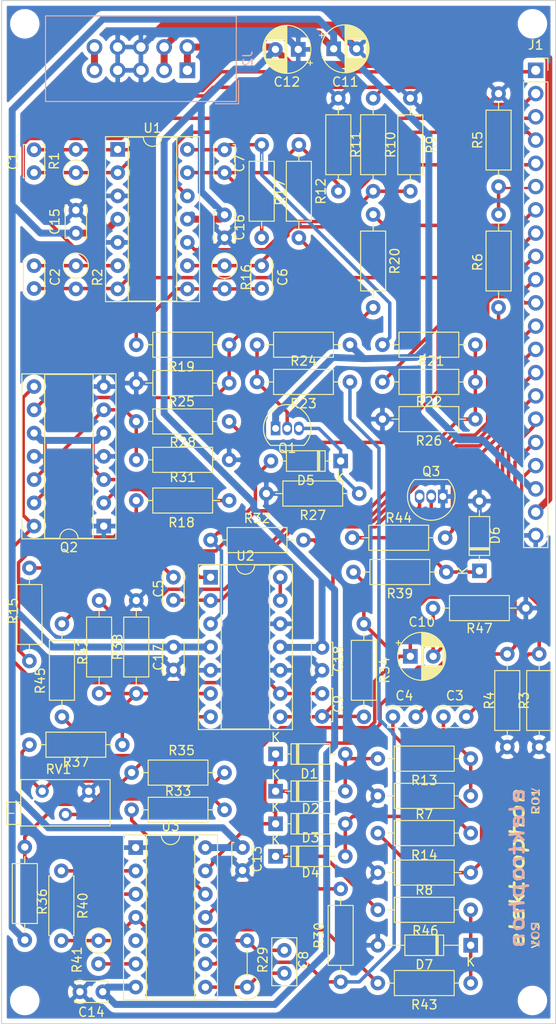
<source format=kicad_pcb>
(kicad_pcb (version 20171130) (host pcbnew 5.1.5-52549c5~84~ubuntu19.04.1)
  (title_block (title "Voltage Controlled Slope") (date 2019-12-01) (rev 01) (comment 1 "Original design by Ken Stone") (comment 2 "PCB for main circuit") (comment 4 "License CC BY 4.0 - Attribution 4.0 International"))
  (layers (0 F.Cu signal) (31 B.Cu signal) (34 B.Paste user) (35 F.Paste user) (36 B.SilkS user) (37 F.SilkS user) (38 B.Mask user) (39 F.Mask user) (44 Edge.Cuts user))
  (net 0 "")
  (net 1 /FALL_1)
  (net 2 /FALL)
  (net 3 /RISE_1)
  (net 4 /RISE)
  (net 5 /TRIGGER)
  (net 6 "Net-(C3-Pad1)")
  (net 7 /CYCLE_1)
  (net 8 "Net-(C4-Pad1)")
  (net 9 "Net-(C5-Pad2)")
  (net 10 "Net-(C5-Pad1)")
  (net 11 "Net-(C6-Pad2)")
  (net 12 "Net-(C6-Pad1)")
  (net 13 "Net-(C7-Pad2)")
  (net 14 "Net-(C7-Pad1)")
  (net 15 /NET_1)
  (net 16 "Net-(C8-Pad1)")
  (net 17 GND)
  (net 18 +15V)
  (net 19 -15V)
  (net 20 /AC_OUT)
  (net 21 /OUT)
  (net 22 "Net-(D1-Pad2)")
  (net 23 "Net-(D1-Pad1)")
  (net 24 /CYCLE_2)
  (net 25 "Net-(D3-Pad2)")
  (net 26 "Net-(D5-Pad1)")
  (net 27 "Net-(D6-Pad1)")
  (net 28 "Net-(D7-Pad1)")
  (net 29 +5V)
  (net 30 /LED)
  (net 31 /BIPOLAR_OUT)
  (net 32 /CV)
  (net 33 /RISE_RATE)
  (net 34 /RISE_2)
  (net 35 /FALL_RATE)
  (net 36 /FALL_2)
  (net 37 /IN)
  (net 38 "Net-(Q2-Pad2)")
  (net 39 TRIG)
  (net 40 "Net-(R15-Pad2)")
  (net 41 "Net-(R33-Pad2)")
  (net 42 "Net-(C8-Pad2)")
  (net 43 "Net-(C9-Pad1)")
  (net 44 "Net-(D5-Pad2)")
  (net 45 "Net-(Q1-Pad2)")
  (net 46 "Net-(Q2-Pad13)")
  (net 47 "Net-(Q2-Pad10)")
  (net 48 "Net-(Q2-Pad9)")
  (net 49 "Net-(Q3-Pad3)")
  (net 50 "Net-(R30-Pad2)")
  (net 51 "Net-(R33-Pad1)")
  (net 52 "Net-(R35-Pad1)")
  (net 53 "Net-(R37-Pad2)")
  (net 54 "Net-(R40-Pad2)")
  (net 55 "Net-(R40-Pad1)")
  (net 56 "Net-(R41-Pad2)")
  (net 57 "Net-(R45-Pad1)")
  (net 58 "Net-(U2-Pad13)")
  (net 59 "Net-(U3-Pad5)")
  (module Potentiometer_THT:Potentiometer_Bourns_3296Z_Horizontal (layer F.Cu) (at 34.925 111.76)
    (fp_text reference RV1 (at -3.3 -2.4) (layer F.SilkS))
    (fp_text value 100k)
    (pad 3 thru_hole circle (at -5.08 0) (size 1.44 1.44) (drill 0.8) (layers *.Cu *.Mask) (net 21 /OUT))
    (pad 2 thru_hole circle (at -2.54 2.54) (size 1.44 1.44) (drill 0.8) (layers *.Cu *.Mask) (net 41 "Net-(R33-Pad2)"))
    (pad 1 thru_hole circle (at 0 0) (size 1.44 1.44) (drill 0.8) (layers *.Cu *.Mask) (net 17 GND))
  )
  (module Diode_THT:D_DO-35_SOD27_P10.16mm_Horizontal (layer F.Cu) (at 76.708 128.5875 180)
    (fp_text reference D7 (at 5.08 -2.12) (layer F.SilkS))
    (fp_text value 5v5)
    (fp_text user K (at 0 -1.8) (layer F.SilkS))
    (pad 2 thru_hole oval (at 10.16 0 180) (size 1.6 1.6) (drill 0.8) (layers *.Cu *.Mask) (net 17 GND))
    (pad 1 thru_hole rect (at 0 0 180) (size 1.6 1.6) (drill 0.8) (layers *.Cu *.Mask) (net 28 "Net-(D7-Pad1)"))
  )
  (module Connector_PinSocket_2.54mm:PinSocket_1x21_P2.54mm_Vertical (layer F.Cu) (at 83.82 33.02)
    (fp_text reference J1 (at 0 -2.77) (layer F.SilkS))
    (fp_text value Conn_01x21_Female hide)
    (pad 21 thru_hole oval (at 0 50.8) (size 1.7 1.7) (drill 1) (layers *.Cu *.Mask) (net 17 GND))
    (pad 20 thru_hole oval (at 0 48.26) (size 1.7 1.7) (drill 1) (layers *.Cu *.Mask) (net 19 -15V))
    (pad 19 thru_hole oval (at 0 45.72) (size 1.7 1.7) (drill 1) (layers *.Cu *.Mask) (net 18 +15V))
    (pad 18 thru_hole oval (at 0 43.18) (size 1.7 1.7) (drill 1) (layers *.Cu *.Mask) (net 5 /TRIGGER))
    (pad 17 thru_hole oval (at 0 40.64) (size 1.7 1.7) (drill 1) (layers *.Cu *.Mask) (net 7 /CYCLE_1))
    (pad 16 thru_hole oval (at 0 38.1) (size 1.7 1.7) (drill 1) (layers *.Cu *.Mask) (net 24 /CYCLE_2))
    (pad 15 thru_hole oval (at 0 35.56) (size 1.7 1.7) (drill 1) (layers *.Cu *.Mask) (net 20 /AC_OUT))
    (pad 14 thru_hole oval (at 0 33.02) (size 1.7 1.7) (drill 1) (layers *.Cu *.Mask) (net 21 /OUT))
    (pad 13 thru_hole oval (at 0 30.48) (size 1.7 1.7) (drill 1) (layers *.Cu *.Mask) (net 30 /LED))
    (pad 12 thru_hole oval (at 0 27.94) (size 1.7 1.7) (drill 1) (layers *.Cu *.Mask) (net 15 /NET_1))
    (pad 11 thru_hole oval (at 0 25.4) (size 1.7 1.7) (drill 1) (layers *.Cu *.Mask) (net 31 /BIPOLAR_OUT))
    (pad 10 thru_hole oval (at 0 22.86) (size 1.7 1.7) (drill 1) (layers *.Cu *.Mask) (net 32 /CV))
    (pad 9 thru_hole oval (at 0 20.32) (size 1.7 1.7) (drill 1) (layers *.Cu *.Mask) (net 33 /RISE_RATE))
    (pad 8 thru_hole oval (at 0 17.78) (size 1.7 1.7) (drill 1) (layers *.Cu *.Mask) (net 3 /RISE_1))
    (pad 7 thru_hole oval (at 0 15.24) (size 1.7 1.7) (drill 1) (layers *.Cu *.Mask) (net 35 /FALL_RATE))
    (pad 6 thru_hole oval (at 0 12.7) (size 1.7 1.7) (drill 1) (layers *.Cu *.Mask) (net 37 /IN))
    (pad 5 thru_hole oval (at 0 10.16) (size 1.7 1.7) (drill 1) (layers *.Cu *.Mask) (net 36 /FALL_2))
    (pad 4 thru_hole oval (at 0 7.62) (size 1.7 1.7) (drill 1) (layers *.Cu *.Mask) (net 34 /RISE_2))
    (pad 3 thru_hole oval (at 0 5.08) (size 1.7 1.7) (drill 1) (layers *.Cu *.Mask) (net 2 /FALL))
    (pad 2 thru_hole oval (at 0 2.54) (size 1.7 1.7) (drill 1) (layers *.Cu *.Mask) (net 1 /FALL_1))
    (pad 1 thru_hole rect (at 0 0) (size 1.7 1.7) (drill 1) (layers *.Cu *.Mask) (net 4 /RISE))
  )
  (module "elektrophon:elektrophon logo" (layer F.Cu) (at 82.804 120.142 90)
    (fp_text reference REF** hide)
    (fp_text value "elektrophon logo" hide)
    (fp_text user VCS (at 8.84 1.02 90) (layer B.SilkS) (effects (font (size 0.8 1)) (justify left mirror)))
    (fp_text user R01 (at -8.83 1 90) (layer B.SilkS) (effects (font (size 0.8 1)) (justify right mirror)))
    (fp_text user elektrophon (at 0 -1.016 90) (layer B.SilkS) (effects (font (size 1.5 2) (thickness 0.3) italic) (justify mirror)))
    (fp_text user R01 (at 8.8 1.02 90) (layer F.SilkS) (effects (font (size 0.8 1)) (justify right)))
    (fp_text user VCS (at -8.88 1 90) (layer F.SilkS) (effects (font (size 0.8 1)) (justify left)))
    (fp_text user elektrophon (at 0 -1.016 90) (layer F.SilkS) (effects (font (size 1.5 2) (thickness 0.3) italic)))
  )
  (module Resistor_THT:R_Axial_DIN0207_L6.3mm_D2.5mm_P5.08mm_Vertical (layer F.Cu) (at 52.2605 133.1595 90)
    (fp_text reference R29 (at 2.9845 1.7145 90) (layer F.SilkS))
    (fp_text value 820k)
    (pad 2 thru_hole oval (at 5.08 0 90) (size 1.6 1.6) (drill 0.8) (layers *.Cu *.Mask) (net 42 "Net-(C8-Pad2)"))
    (pad 1 thru_hole circle (at 0 0 90) (size 1.6 1.6) (drill 0.8) (layers *.Cu *.Mask) (net 16 "Net-(C8-Pad1)"))
  )
  (module Resistor_THT:R_Axial_DIN0207_L6.3mm_D2.5mm_P7.62mm_Horizontal (layer F.Cu) (at 31.9405 128.0795 90)
    (fp_text reference R40 (at 3.81 2.3495 90) (layer F.SilkS))
    (fp_text value 1m)
    (pad 2 thru_hole oval (at 7.62 0 90) (size 1.6 1.6) (drill 0.8) (layers *.Cu *.Mask) (net 54 "Net-(R40-Pad2)"))
    (pad 1 thru_hole circle (at 0 0 90) (size 1.6 1.6) (drill 0.8) (layers *.Cu *.Mask) (net 55 "Net-(R40-Pad1)"))
  )
  (module Resistor_THT:R_Axial_DIN0207_L6.3mm_D2.5mm_P2.54mm_Vertical (layer F.Cu) (at 36.0045 128.0795 270)
    (fp_text reference R41 (at 2.0955 2.3495 90) (layer F.SilkS))
    (fp_text value 1m)
    (pad 2 thru_hole oval (at 2.54 0 270) (size 1.6 1.6) (drill 0.8) (layers *.Cu *.Mask) (net 56 "Net-(R41-Pad2)"))
    (pad 1 thru_hole circle (at 0 0 270) (size 1.6 1.6) (drill 0.8) (layers *.Cu *.Mask) (net 55 "Net-(R40-Pad1)"))
  )
  (module Resistor_THT:R_Axial_DIN0207_L6.3mm_D2.5mm_P2.54mm_Vertical (layer F.Cu) (at 49.784 54.356 270)
    (fp_text reference R16 (at 1.27 -2.37 90) (layer F.SilkS))
    (fp_text value 820k)
    (pad 2 thru_hole oval (at 2.54 0 270) (size 1.6 1.6) (drill 0.8) (layers *.Cu *.Mask) (net 11 "Net-(C6-Pad2)"))
    (pad 1 thru_hole circle (at 0 0 270) (size 1.6 1.6) (drill 0.8) (layers *.Cu *.Mask) (net 12 "Net-(C6-Pad1)"))
  )
  (module Resistor_THT:R_Axial_DIN0207_L6.3mm_D2.5mm_P2.54mm_Vertical (layer F.Cu) (at 33.528 54.356 270)
    (fp_text reference R2 (at 1.27 -2.37 90) (layer F.SilkS))
    (fp_text value 100k)
    (pad 2 thru_hole oval (at 2.54 0 270) (size 1.6 1.6) (drill 0.8) (layers *.Cu *.Mask) (net 3 /RISE_1))
    (pad 1 thru_hole circle (at 0 0 270) (size 1.6 1.6) (drill 0.8) (layers *.Cu *.Mask) (net 4 /RISE))
  )
  (module Resistor_THT:R_Axial_DIN0207_L6.3mm_D2.5mm_P2.54mm_Vertical (layer F.Cu) (at 33.528 44.196 90)
    (fp_text reference R1 (at 1.27 -2.37 90) (layer F.SilkS))
    (fp_text value 100k)
    (pad 2 thru_hole oval (at 2.54 0 90) (size 1.6 1.6) (drill 0.8) (layers *.Cu *.Mask) (net 1 /FALL_1))
    (pad 1 thru_hole circle (at 0 0 90) (size 1.6 1.6) (drill 0.8) (layers *.Cu *.Mask) (net 2 /FALL))
  )
  (module Package_DIP:DIP-14_W7.62mm_Socket (layer F.Cu) (at 40.0685 117.9195)
    (fp_text reference U3 (at 3.81 -2.33) (layer F.SilkS))
    (fp_text value LM3900)
    (pad 14 thru_hole oval (at 7.62 0) (size 1.6 1.6) (drill 0.8) (layers *.Cu *.Mask) (net 18 +15V))
    (pad 7 thru_hole oval (at 0 15.24) (size 1.6 1.6) (drill 0.8) (layers *.Cu *.Mask) (net 19 -15V))
    (pad 13 thru_hole oval (at 7.62 2.54) (size 1.6 1.6) (drill 0.8) (layers *.Cu *.Mask) (net 23 "Net-(D1-Pad1)"))
    (pad 6 thru_hole oval (at 0 12.7) (size 1.6 1.6) (drill 0.8) (layers *.Cu *.Mask) (net 56 "Net-(R41-Pad2)"))
    (pad 12 thru_hole oval (at 7.62 5.08) (size 1.6 1.6) (drill 0.8) (layers *.Cu *.Mask) (net 51 "Net-(R33-Pad1)"))
    (pad 5 thru_hole oval (at 0 10.16) (size 1.6 1.6) (drill 0.8) (layers *.Cu *.Mask) (net 59 "Net-(U3-Pad5)"))
    (pad 11 thru_hole oval (at 7.62 7.62) (size 1.6 1.6) (drill 0.8) (layers *.Cu *.Mask) (net 50 "Net-(R30-Pad2)"))
    (pad 4 thru_hole oval (at 0 7.62) (size 1.6 1.6) (drill 0.8) (layers *.Cu *.Mask) (net 55 "Net-(R40-Pad1)"))
    (pad 10 thru_hole oval (at 7.62 10.16) (size 1.6 1.6) (drill 0.8) (layers *.Cu *.Mask) (net 42 "Net-(C8-Pad2)"))
    (pad 3 thru_hole oval (at 0 5.08) (size 1.6 1.6) (drill 0.8) (layers *.Cu *.Mask) (net 52 "Net-(R35-Pad1)"))
    (pad 9 thru_hole oval (at 7.62 12.7) (size 1.6 1.6) (drill 0.8) (layers *.Cu *.Mask) (net 39 TRIG))
    (pad 2 thru_hole oval (at 0 2.54) (size 1.6 1.6) (drill 0.8) (layers *.Cu *.Mask) (net 54 "Net-(R40-Pad2)"))
    (pad 8 thru_hole oval (at 7.62 15.24) (size 1.6 1.6) (drill 0.8) (layers *.Cu *.Mask) (net 16 "Net-(C8-Pad1)"))
    (pad 1 thru_hole rect (at 0 0) (size 1.6 1.6) (drill 0.8) (layers *.Cu *.Mask) (net 17 GND))
  )
  (module Package_DIP:DIP-14_W7.62mm_Socket (layer F.Cu) (at 38.1 41.656)
    (fp_text reference U1 (at 3.81 -2.33) (layer F.SilkS))
    (fp_text value TL074)
    (pad 14 thru_hole oval (at 7.62 0) (size 1.6 1.6) (drill 0.8) (layers *.Cu *.Mask) (net 13 "Net-(C7-Pad2)"))
    (pad 7 thru_hole oval (at 0 15.24) (size 1.6 1.6) (drill 0.8) (layers *.Cu *.Mask) (net 3 /RISE_1))
    (pad 13 thru_hole oval (at 7.62 2.54) (size 1.6 1.6) (drill 0.8) (layers *.Cu *.Mask) (net 14 "Net-(C7-Pad1)"))
    (pad 6 thru_hole oval (at 0 12.7) (size 1.6 1.6) (drill 0.8) (layers *.Cu *.Mask) (net 4 /RISE))
    (pad 12 thru_hole oval (at 7.62 5.08) (size 1.6 1.6) (drill 0.8) (layers *.Cu *.Mask) (net 34 /RISE_2))
    (pad 5 thru_hole oval (at 0 10.16) (size 1.6 1.6) (drill 0.8) (layers *.Cu *.Mask) (net 17 GND))
    (pad 11 thru_hole oval (at 7.62 7.62) (size 1.6 1.6) (drill 0.8) (layers *.Cu *.Mask) (net 19 -15V))
    (pad 4 thru_hole oval (at 0 7.62) (size 1.6 1.6) (drill 0.8) (layers *.Cu *.Mask) (net 18 +15V))
    (pad 10 thru_hole oval (at 7.62 10.16) (size 1.6 1.6) (drill 0.8) (layers *.Cu *.Mask) (net 36 /FALL_2))
    (pad 3 thru_hole oval (at 0 5.08) (size 1.6 1.6) (drill 0.8) (layers *.Cu *.Mask) (net 17 GND))
    (pad 9 thru_hole oval (at 7.62 12.7) (size 1.6 1.6) (drill 0.8) (layers *.Cu *.Mask) (net 12 "Net-(C6-Pad1)"))
    (pad 2 thru_hole oval (at 0 2.54) (size 1.6 1.6) (drill 0.8) (layers *.Cu *.Mask) (net 2 /FALL))
    (pad 8 thru_hole oval (at 7.62 15.24) (size 1.6 1.6) (drill 0.8) (layers *.Cu *.Mask) (net 11 "Net-(C6-Pad2)"))
    (pad 1 thru_hole rect (at 0 0) (size 1.6 1.6) (drill 0.8) (layers *.Cu *.Mask) (net 1 /FALL_1))
  )
  (module Package_DIP:DIP-14_W7.62mm_Socket (layer F.Cu) (at 48.26 88.392)
    (fp_text reference U2 (at 3.81 -2.33) (layer F.SilkS))
    (fp_text value TL074)
    (pad 14 thru_hole oval (at 7.62 0) (size 1.6 1.6) (drill 0.8) (layers *.Cu *.Mask) (net 58 "Net-(U2-Pad13)"))
    (pad 7 thru_hole oval (at 0 15.24) (size 1.6 1.6) (drill 0.8) (layers *.Cu *.Mask) (net 57 "Net-(R45-Pad1)"))
    (pad 13 thru_hole oval (at 7.62 2.54) (size 1.6 1.6) (drill 0.8) (layers *.Cu *.Mask) (net 58 "Net-(U2-Pad13)"))
    (pad 6 thru_hole oval (at 0 12.7) (size 1.6 1.6) (drill 0.8) (layers *.Cu *.Mask) (net 53 "Net-(R37-Pad2)"))
    (pad 12 thru_hole oval (at 7.62 5.08) (size 1.6 1.6) (drill 0.8) (layers *.Cu *.Mask) (net 17 GND))
    (pad 5 thru_hole oval (at 0 10.16) (size 1.6 1.6) (drill 0.8) (layers *.Cu *.Mask) (net 17 GND))
    (pad 11 thru_hole oval (at 7.62 7.62) (size 1.6 1.6) (drill 0.8) (layers *.Cu *.Mask) (net 19 -15V))
    (pad 4 thru_hole oval (at 0 7.62) (size 1.6 1.6) (drill 0.8) (layers *.Cu *.Mask) (net 18 +15V))
    (pad 10 thru_hole oval (at 7.62 10.16) (size 1.6 1.6) (drill 0.8) (layers *.Cu *.Mask) (net 17 GND))
    (pad 3 thru_hole oval (at 0 5.08) (size 1.6 1.6) (drill 0.8) (layers *.Cu *.Mask) (net 44 "Net-(D5-Pad2)"))
    (pad 9 thru_hole oval (at 7.62 12.7) (size 1.6 1.6) (drill 0.8) (layers *.Cu *.Mask) (net 43 "Net-(C9-Pad1)"))
    (pad 2 thru_hole oval (at 0 2.54) (size 1.6 1.6) (drill 0.8) (layers *.Cu *.Mask) (net 9 "Net-(C5-Pad2)"))
    (pad 8 thru_hole oval (at 7.62 15.24) (size 1.6 1.6) (drill 0.8) (layers *.Cu *.Mask) (net 15 /NET_1))
    (pad 1 thru_hole rect (at 0 0) (size 1.6 1.6) (drill 0.8) (layers *.Cu *.Mask) (net 40 "Net-(R15-Pad2)"))
  )
  (module Resistor_THT:R_Axial_DIN0207_L6.3mm_D2.5mm_P10.16mm_Horizontal (layer F.Cu) (at 65.024 103.632 90)
    (fp_text reference R34 (at 5.08 2.286 90) (layer F.SilkS))
    (fp_text value 100)
    (pad 2 thru_hole oval (at 10.16 0 90) (size 1.6 1.6) (drill 0.8) (layers *.Cu *.Mask) (net 21 /OUT))
    (pad 1 thru_hole circle (at 0 0 90) (size 1.6 1.6) (drill 0.8) (layers *.Cu *.Mask) (net 15 /NET_1))
  )
  (module Resistor_THT:R_Axial_DIN0207_L6.3mm_D2.5mm_P10.16mm_Horizontal (layer F.Cu) (at 48.26 84.328)
    (fp_text reference R32 (at 5.08 -2.37) (layer F.SilkS))
    (fp_text value 220k)
    (pad 2 thru_hole oval (at 10.16 0) (size 1.6 1.6) (drill 0.8) (layers *.Cu *.Mask) (net 15 /NET_1))
    (pad 1 thru_hole circle (at 0 0) (size 1.6 1.6) (drill 0.8) (layers *.Cu *.Mask) (net 44 "Net-(D5-Pad2)"))
  )
  (module Resistor_THT:R_Axial_DIN0207_L6.3mm_D2.5mm_P10.16mm_Horizontal (layer F.Cu) (at 40.132 75.565)
    (fp_text reference R31 (at 5.08 1.905) (layer F.SilkS))
    (fp_text value 1k8)
    (pad 2 thru_hole oval (at 10.16 0) (size 1.6 1.6) (drill 0.8) (layers *.Cu *.Mask) (net 17 GND))
    (pad 1 thru_hole circle (at 0 0) (size 1.6 1.6) (drill 0.8) (layers *.Cu *.Mask) (net 46 "Net-(Q2-Pad13)"))
  )
  (module Resistor_THT:R_Axial_DIN0207_L6.3mm_D2.5mm_P10.16mm_Horizontal (layer F.Cu) (at 50.292 71.374 180)
    (fp_text reference R28 (at 5.08 -2.286) (layer F.SilkS))
    (fp_text value 82k)
    (pad 2 thru_hole oval (at 10.16 0 180) (size 1.6 1.6) (drill 0.8) (layers *.Cu *.Mask) (net 46 "Net-(Q2-Pad13)"))
    (pad 1 thru_hole circle (at 0 0 180) (size 1.6 1.6) (drill 0.8) (layers *.Cu *.Mask) (net 32 /CV))
  )
  (module Resistor_THT:R_Axial_DIN0207_L6.3mm_D2.5mm_P10.16mm_Horizontal (layer F.Cu) (at 64.516 79.248 180)
    (fp_text reference R27 (at 5.08 -2.37) (layer F.SilkS))
    (fp_text value 220k)
    (pad 2 thru_hole oval (at 10.16 0 180) (size 1.6 1.6) (drill 0.8) (layers *.Cu *.Mask) (net 17 GND))
    (pad 1 thru_hole circle (at 0 0 180) (size 1.6 1.6) (drill 0.8) (layers *.Cu *.Mask) (net 26 "Net-(D5-Pad1)"))
  )
  (module Resistor_THT:R_Axial_DIN0207_L6.3mm_D2.5mm_P10.16mm_Horizontal (layer F.Cu) (at 77.216 71.12 180)
    (fp_text reference R26 (at 5.08 -2.37) (layer F.SilkS))
    (fp_text value 2k2)
    (pad 2 thru_hole oval (at 10.16 0 180) (size 1.6 1.6) (drill 0.8) (layers *.Cu *.Mask) (net 17 GND))
    (pad 1 thru_hole circle (at 0 0 180) (size 1.6 1.6) (drill 0.8) (layers *.Cu *.Mask) (net 38 "Net-(Q2-Pad2)"))
  )
  (module Resistor_THT:R_Axial_DIN0207_L6.3mm_D2.5mm_P10.16mm_Horizontal (layer F.Cu) (at 50.292 67.183 180)
    (fp_text reference R25 (at 5.207 -2.032) (layer F.SilkS))
    (fp_text value 2k2)
    (pad 2 thru_hole oval (at 10.16 0 180) (size 1.6 1.6) (drill 0.8) (layers *.Cu *.Mask) (net 17 GND))
    (pad 1 thru_hole circle (at 0 0 180) (size 1.6 1.6) (drill 0.8) (layers *.Cu *.Mask) (net 48 "Net-(Q2-Pad9)"))
  )
  (module Resistor_THT:R_Axial_DIN0207_L6.3mm_D2.5mm_P10.16mm_Horizontal (layer F.Cu) (at 63.5 62.992 180)
    (fp_text reference R24 (at 5.08 -1.778) (layer F.SilkS))
    (fp_text value 68k)
    (pad 2 thru_hole oval (at 10.16 0 180) (size 1.6 1.6) (drill 0.8) (layers *.Cu *.Mask) (net 45 "Net-(Q1-Pad2)"))
    (pad 1 thru_hole circle (at 0 0 180) (size 1.6 1.6) (drill 0.8) (layers *.Cu *.Mask) (net 18 +15V))
  )
  (module Resistor_THT:R_Axial_DIN0207_L6.3mm_D2.5mm_P10.16mm_Horizontal (layer F.Cu) (at 63.5 67.056 180)
    (fp_text reference R23 (at 5.08 -2.37) (layer F.SilkS))
    (fp_text value 220k)
    (pad 2 thru_hole oval (at 10.16 0 180) (size 1.6 1.6) (drill 0.8) (layers *.Cu *.Mask) (net 45 "Net-(Q1-Pad2)"))
    (pad 1 thru_hole circle (at 0 0 180) (size 1.6 1.6) (drill 0.8) (layers *.Cu *.Mask) (net 39 TRIG))
  )
  (module Resistor_THT:R_Axial_DIN0207_L6.3mm_D2.5mm_P10.16mm_Horizontal (layer F.Cu) (at 67.056 67.056)
    (fp_text reference R22 (at 5.08 2.159) (layer F.SilkS))
    (fp_text value 82k)
    (pad 2 thru_hole oval (at 10.16 0) (size 1.6 1.6) (drill 0.8) (layers *.Cu *.Mask) (net 38 "Net-(Q2-Pad2)"))
    (pad 1 thru_hole circle (at 0 0) (size 1.6 1.6) (drill 0.8) (layers *.Cu *.Mask) (net 33 /RISE_RATE))
  )
  (module Resistor_THT:R_Axial_DIN0207_L6.3mm_D2.5mm_P10.16mm_Horizontal (layer F.Cu) (at 67.056 62.992)
    (fp_text reference R21 (at 5.334 1.778) (layer F.SilkS))
    (fp_text value 82k)
    (pad 2 thru_hole oval (at 10.16 0) (size 1.6 1.6) (drill 0.8) (layers *.Cu *.Mask) (net 38 "Net-(Q2-Pad2)"))
    (pad 1 thru_hole circle (at 0 0) (size 1.6 1.6) (drill 0.8) (layers *.Cu *.Mask) (net 13 "Net-(C7-Pad2)"))
  )
  (module Resistor_THT:R_Axial_DIN0207_L6.3mm_D2.5mm_P10.16mm_Horizontal (layer F.Cu) (at 66.04 48.768 270)
    (fp_text reference R20 (at 5.08 -2.37 90) (layer F.SilkS))
    (fp_text value 82k)
    (pad 2 thru_hole oval (at 10.16 0 270) (size 1.6 1.6) (drill 0.8) (layers *.Cu *.Mask) (net 48 "Net-(Q2-Pad9)"))
    (pad 1 thru_hole circle (at 0 0 270) (size 1.6 1.6) (drill 0.8) (layers *.Cu *.Mask) (net 35 /FALL_RATE))
  )
  (module Resistor_THT:R_Axial_DIN0207_L6.3mm_D2.5mm_P10.16mm_Horizontal (layer F.Cu) (at 40.132 62.992)
    (fp_text reference R19 (at 4.953 2.413) (layer F.SilkS))
    (fp_text value 82k)
    (pad 2 thru_hole oval (at 10.16 0) (size 1.6 1.6) (drill 0.8) (layers *.Cu *.Mask) (net 48 "Net-(Q2-Pad9)"))
    (pad 1 thru_hole circle (at 0 0) (size 1.6 1.6) (drill 0.8) (layers *.Cu *.Mask) (net 11 "Net-(C6-Pad2)"))
  )
  (module Resistor_THT:R_Axial_DIN0207_L6.3mm_D2.5mm_P10.16mm_Horizontal (layer F.Cu) (at 40.132 80.01)
    (fp_text reference R18 (at 4.953 2.413) (layer F.SilkS))
    (fp_text value 8k2)
    (pad 2 thru_hole oval (at 10.16 0) (size 1.6 1.6) (drill 0.8) (layers *.Cu *.Mask) (net 47 "Net-(Q2-Pad10)"))
    (pad 1 thru_hole circle (at 0 0) (size 1.6 1.6) (drill 0.8) (layers *.Cu *.Mask) (net 40 "Net-(R15-Pad2)"))
  )
  (module Resistor_THT:R_Axial_DIN0207_L6.3mm_D2.5mm_P10.16mm_Horizontal (layer F.Cu) (at 53.848 51.308 90)
    (fp_text reference R17 (at 4.953 2.032 90) (layer F.SilkS))
    (fp_text value 820k)
    (pad 2 thru_hole oval (at 10.16 0 90) (size 1.6 1.6) (drill 0.8) (layers *.Cu *.Mask) (net 13 "Net-(C7-Pad2)"))
    (pad 1 thru_hole circle (at 0 0 90) (size 1.6 1.6) (drill 0.8) (layers *.Cu *.Mask) (net 14 "Net-(C7-Pad1)"))
  )
  (module Resistor_THT:R_Axial_DIN0207_L6.3mm_D2.5mm_P10.16mm_Horizontal (layer F.Cu) (at 28.448 87.376 270)
    (fp_text reference R15 (at 4.699 1.778 90) (layer F.SilkS))
    (fp_text value 10M)
    (pad 2 thru_hole oval (at 10.16 0 270) (size 1.6 1.6) (drill 0.8) (layers *.Cu *.Mask) (net 40 "Net-(R15-Pad2)"))
    (pad 1 thru_hole circle (at 0 0 270) (size 1.6 1.6) (drill 0.8) (layers *.Cu *.Mask) (net 10 "Net-(C5-Pad1)"))
  )
  (module Resistor_THT:R_Axial_DIN0207_L6.3mm_D2.5mm_P10.16mm_Horizontal (layer F.Cu) (at 57.912 51.308 90)
    (fp_text reference R12 (at 5.08 2.413 90) (layer F.SilkS))
    (fp_text value 470k)
    (pad 2 thru_hole oval (at 10.16 0 90) (size 1.6 1.6) (drill 0.8) (layers *.Cu *.Mask) (net 14 "Net-(C7-Pad1)"))
    (pad 1 thru_hole circle (at 0 0 90) (size 1.6 1.6) (drill 0.8) (layers *.Cu *.Mask) (net 3 /RISE_1))
  )
  (module Resistor_THT:R_Axial_DIN0207_L6.3mm_D2.5mm_P10.16mm_Horizontal (layer F.Cu) (at 62.23 36.068 270)
    (fp_text reference R11 (at 5.08 -1.905 90) (layer F.SilkS))
    (fp_text value 1M)
    (pad 2 thru_hole oval (at 10.16 0 270) (size 1.6 1.6) (drill 0.8) (layers *.Cu *.Mask) (net 14 "Net-(C7-Pad1)"))
    (pad 1 thru_hole circle (at 0 0 270) (size 1.6 1.6) (drill 0.8) (layers *.Cu *.Mask) (net 17 GND))
  )
  (module Resistor_THT:R_Axial_DIN0207_L6.3mm_D2.5mm_P10.16mm_Horizontal (layer F.Cu) (at 66.04 36.068 270)
    (fp_text reference R10 (at 5.08 -1.905 90) (layer F.SilkS))
    (fp_text value 470k)
    (pad 2 thru_hole oval (at 10.16 0 270) (size 1.6 1.6) (drill 0.8) (layers *.Cu *.Mask) (net 12 "Net-(C6-Pad1)"))
    (pad 1 thru_hole circle (at 0 0 270) (size 1.6 1.6) (drill 0.8) (layers *.Cu *.Mask) (net 1 /FALL_1))
  )
  (module Resistor_THT:R_Axial_DIN0207_L6.3mm_D2.5mm_P10.16mm_Horizontal (layer F.Cu) (at 70.104 36.068 270)
    (fp_text reference R9 (at 5.08 -2.286 90) (layer F.SilkS))
    (fp_text value 1M)
    (pad 2 thru_hole oval (at 10.16 0 270) (size 1.6 1.6) (drill 0.8) (layers *.Cu *.Mask) (net 12 "Net-(C6-Pad1)"))
    (pad 1 thru_hole circle (at 0 0 270) (size 1.6 1.6) (drill 0.8) (layers *.Cu *.Mask) (net 17 GND))
  )
  (module Resistor_THT:R_Axial_DIN0207_L6.3mm_D2.5mm_P10.16mm_Horizontal (layer F.Cu) (at 79.756 48.768 270)
    (fp_text reference R6 (at 5.207 2.286 90) (layer F.SilkS))
    (fp_text value 100k)
    (pad 2 thru_hole oval (at 10.16 0 270) (size 1.6 1.6) (drill 0.8) (layers *.Cu *.Mask) (net 9 "Net-(C5-Pad2)"))
    (pad 1 thru_hole circle (at 0 0 270) (size 1.6 1.6) (drill 0.8) (layers *.Cu *.Mask) (net 37 /IN))
  )
  (module Resistor_THT:R_Axial_DIN0207_L6.3mm_D2.5mm_P10.16mm_Horizontal (layer F.Cu) (at 79.756 35.56 270)
    (fp_text reference R5 (at 5.08 2.286 90) (layer F.SilkS))
    (fp_text value 100k)
    (pad 2 thru_hole oval (at 10.16 0 270) (size 1.6 1.6) (drill 0.8) (layers *.Cu *.Mask) (net 37 /IN))
    (pad 1 thru_hole circle (at 0 0 270) (size 1.6 1.6) (drill 0.8) (layers *.Cu *.Mask) (net 17 GND))
  )
  (module Resistor_THT:R_Axial_DIN0207_L6.3mm_D2.5mm_P10.16mm_Horizontal (layer F.Cu) (at 72.5805 91.7575)
    (fp_text reference R47 (at 5.08 2.2225) (layer F.SilkS))
    (fp_text value 1M)
    (pad 2 thru_hole oval (at 10.16 0) (size 1.6 1.6) (drill 0.8) (layers *.Cu *.Mask) (net 17 GND))
    (pad 1 thru_hole circle (at 0 0) (size 1.6 1.6) (drill 0.8) (layers *.Cu *.Mask) (net 20 /AC_OUT))
  )
  (module Resistor_THT:R_Axial_DIN0207_L6.3mm_D2.5mm_P10.16mm_Horizontal (layer F.Cu) (at 66.548 124.714)
    (fp_text reference R46 (at 5.207 2.286) (layer F.SilkS))
    (fp_text value 1k)
    (pad 2 thru_hole oval (at 10.16 0) (size 1.6 1.6) (drill 0.8) (layers *.Cu *.Mask) (net 28 "Net-(D7-Pad1)"))
    (pad 1 thru_hole circle (at 0 0) (size 1.6 1.6) (drill 0.8) (layers *.Cu *.Mask) (net 24 /CYCLE_2))
  )
  (module Resistor_THT:R_Axial_DIN0207_L6.3mm_D2.5mm_P10.16mm_Horizontal (layer F.Cu) (at 32.004 103.632 90)
    (fp_text reference R45 (at 3.937 -2.37 90) (layer F.SilkS))
    (fp_text value 330)
    (pad 2 thru_hole oval (at 10.16 0 90) (size 1.6 1.6) (drill 0.8) (layers *.Cu *.Mask) (net 31 /BIPOLAR_OUT))
    (pad 1 thru_hole circle (at 0 0 90) (size 1.6 1.6) (drill 0.8) (layers *.Cu *.Mask) (net 57 "Net-(R45-Pad1)"))
  )
  (module Resistor_THT:R_Axial_DIN0207_L6.3mm_D2.5mm_P10.16mm_Horizontal (layer F.Cu) (at 63.754 84.074)
    (fp_text reference R44 (at 5.08 -2.159) (layer F.SilkS))
    (fp_text value 1k)
    (pad 2 thru_hole oval (at 10.16 0) (size 1.6 1.6) (drill 0.8) (layers *.Cu *.Mask) (net 30 /LED))
    (pad 1 thru_hole circle (at 0 0) (size 1.6 1.6) (drill 0.8) (layers *.Cu *.Mask) (net 49 "Net-(Q3-Pad3)"))
  )
  (module Resistor_THT:R_Axial_DIN0207_L6.3mm_D2.5mm_P10.16mm_Horizontal (layer F.Cu) (at 76.708 132.715 180)
    (fp_text reference R43 (at 5.08 -2.37) (layer F.SilkS))
    (fp_text value 2k2)
    (pad 2 thru_hole oval (at 10.16 0 180) (size 1.6 1.6) (drill 0.8) (layers *.Cu *.Mask) (net 55 "Net-(R40-Pad1)"))
    (pad 1 thru_hole circle (at 0 0 180) (size 1.6 1.6) (drill 0.8) (layers *.Cu *.Mask) (net 28 "Net-(D7-Pad1)"))
  )
  (module Resistor_THT:R_Axial_DIN0207_L6.3mm_D2.5mm_P10.16mm_Horizontal (layer F.Cu) (at 36.068 101.092 90)
    (fp_text reference R42 (at 4.572 -1.778 90) (layer F.SilkS))
    (fp_text value 100k)
    (pad 2 thru_hole oval (at 10.16 0 90) (size 1.6 1.6) (drill 0.8) (layers *.Cu *.Mask) (net 31 /BIPOLAR_OUT))
    (pad 1 thru_hole circle (at 0 0 90) (size 1.6 1.6) (drill 0.8) (layers *.Cu *.Mask) (net 53 "Net-(R37-Pad2)"))
  )
  (module Resistor_THT:R_Axial_DIN0207_L6.3mm_D2.5mm_P10.16mm_Horizontal (layer F.Cu) (at 63.881 87.8205)
    (fp_text reference R39 (at 5.08 2.3495) (layer F.SilkS))
    (fp_text value 150k)
    (pad 2 thru_hole oval (at 10.16 0) (size 1.6 1.6) (drill 0.8) (layers *.Cu *.Mask) (net 27 "Net-(D6-Pad1)"))
    (pad 1 thru_hole circle (at 0 0) (size 1.6 1.6) (drill 0.8) (layers *.Cu *.Mask) (net 21 /OUT))
  )
  (module Resistor_THT:R_Axial_DIN0207_L6.3mm_D2.5mm_P10.16mm_Horizontal (layer F.Cu) (at 40.132 90.932 270)
    (fp_text reference R38 (at 5.08 2.032 90) (layer F.SilkS))
    (fp_text value 620k)
    (pad 2 thru_hole oval (at 10.16 0 270) (size 1.6 1.6) (drill 0.8) (layers *.Cu *.Mask) (net 53 "Net-(R37-Pad2)"))
    (pad 1 thru_hole circle (at 0 0 270) (size 1.6 1.6) (drill 0.8) (layers *.Cu *.Mask) (net 17 GND))
  )
  (module Resistor_THT:R_Axial_DIN0207_L6.3mm_D2.5mm_P10.16mm_Horizontal (layer F.Cu) (at 28.448 106.68)
    (fp_text reference R37 (at 5.08 1.905) (layer F.SilkS))
    (fp_text value 100k)
    (pad 2 thru_hole oval (at 10.16 0) (size 1.6 1.6) (drill 0.8) (layers *.Cu *.Mask) (net 53 "Net-(R37-Pad2)"))
    (pad 1 thru_hole circle (at 0 0) (size 1.6 1.6) (drill 0.8) (layers *.Cu *.Mask) (net 21 /OUT))
  )
  (module Resistor_THT:R_Axial_DIN0207_L6.3mm_D2.5mm_P10.16mm_Horizontal (layer F.Cu) (at 27.94 128.016 90)
    (fp_text reference R36 (at 4.191 1.905 90) (layer F.SilkS))
    (fp_text value 10m)
    (pad 2 thru_hole oval (at 10.16 0 90) (size 1.6 1.6) (drill 0.8) (layers *.Cu *.Mask) (net 52 "Net-(R35-Pad1)"))
    (pad 1 thru_hole circle (at 0 0 90) (size 1.6 1.6) (drill 0.8) (layers *.Cu *.Mask) (net 18 +15V))
  )
  (module Resistor_THT:R_Axial_DIN0207_L6.3mm_D2.5mm_P10.16mm_Horizontal (layer F.Cu) (at 49.784 109.728 180)
    (fp_text reference R35 (at 4.699 2.413) (layer F.SilkS))
    (fp_text value 330k)
    (pad 2 thru_hole oval (at 10.16 0 180) (size 1.6 1.6) (drill 0.8) (layers *.Cu *.Mask) (net 21 /OUT))
    (pad 1 thru_hole circle (at 0 0 180) (size 1.6 1.6) (drill 0.8) (layers *.Cu *.Mask) (net 52 "Net-(R35-Pad1)"))
  )
  (module Resistor_THT:R_Axial_DIN0207_L6.3mm_D2.5mm_P10.16mm_Horizontal (layer F.Cu) (at 39.624 113.792)
    (fp_text reference R33 (at 5.08 -2.032) (layer F.SilkS))
    (fp_text value 220k)
    (pad 2 thru_hole oval (at 10.16 0) (size 1.6 1.6) (drill 0.8) (layers *.Cu *.Mask) (net 41 "Net-(R33-Pad2)"))
    (pad 1 thru_hole circle (at 0 0) (size 1.6 1.6) (drill 0.8) (layers *.Cu *.Mask) (net 51 "Net-(R33-Pad1)"))
  )
  (module Resistor_THT:R_Axial_DIN0207_L6.3mm_D2.5mm_P10.16mm_Horizontal (layer F.Cu) (at 62.484 132.588 90)
    (fp_text reference R30 (at 5.08 -2.37 90) (layer F.SilkS))
    (fp_text value 820k)
    (pad 2 thru_hole oval (at 10.16 0 90) (size 1.6 1.6) (drill 0.8) (layers *.Cu *.Mask) (net 50 "Net-(R30-Pad2)"))
    (pad 1 thru_hole circle (at 0 0 90) (size 1.6 1.6) (drill 0.8) (layers *.Cu *.Mask) (net 39 TRIG))
  )
  (module Resistor_THT:R_Axial_DIN0207_L6.3mm_D2.5mm_P10.16mm_Horizontal (layer F.Cu) (at 66.548 116.332)
    (fp_text reference R14 (at 5.08 2.413) (layer F.SilkS))
    (fp_text value 33k)
    (pad 2 thru_hole oval (at 10.16 0) (size 1.6 1.6) (drill 0.8) (layers *.Cu *.Mask) (net 25 "Net-(D3-Pad2)"))
    (pad 1 thru_hole circle (at 0 0) (size 1.6 1.6) (drill 0.8) (layers *.Cu *.Mask) (net 8 "Net-(C4-Pad1)"))
  )
  (module Resistor_THT:R_Axial_DIN0207_L6.3mm_D2.5mm_P10.16mm_Horizontal (layer F.Cu) (at 76.708 108.204 180)
    (fp_text reference R13 (at 5.08 -2.37) (layer F.SilkS))
    (fp_text value 33k)
    (pad 2 thru_hole oval (at 10.16 0 180) (size 1.6 1.6) (drill 0.8) (layers *.Cu *.Mask) (net 22 "Net-(D1-Pad2)"))
    (pad 1 thru_hole circle (at 0 0 180) (size 1.6 1.6) (drill 0.8) (layers *.Cu *.Mask) (net 6 "Net-(C3-Pad1)"))
  )
  (module Resistor_THT:R_Axial_DIN0207_L6.3mm_D2.5mm_P10.16mm_Horizontal (layer F.Cu) (at 66.548 120.65)
    (fp_text reference R8 (at 5.08 1.905) (layer F.SilkS))
    (fp_text value 100k)
    (pad 2 thru_hole oval (at 10.16 0) (size 1.6 1.6) (drill 0.8) (layers *.Cu *.Mask) (net 8 "Net-(C4-Pad1)"))
    (pad 1 thru_hole circle (at 0 0) (size 1.6 1.6) (drill 0.8) (layers *.Cu *.Mask) (net 17 GND))
  )
  (module Resistor_THT:R_Axial_DIN0207_L6.3mm_D2.5mm_P10.16mm_Horizontal (layer F.Cu) (at 66.548 112.268)
    (fp_text reference R7 (at 5.08 2.032) (layer F.SilkS))
    (fp_text value 100k)
    (pad 2 thru_hole oval (at 10.16 0) (size 1.6 1.6) (drill 0.8) (layers *.Cu *.Mask) (net 6 "Net-(C3-Pad1)"))
    (pad 1 thru_hole circle (at 0 0) (size 1.6 1.6) (drill 0.8) (layers *.Cu *.Mask) (net 17 GND))
  )
  (module Resistor_THT:R_Axial_DIN0207_L6.3mm_D2.5mm_P10.16mm_Horizontal (layer F.Cu) (at 80.7085 106.934 90)
    (fp_text reference R4 (at 5.08 -1.9685 90) (layer F.SilkS))
    (fp_text value 100k)
    (pad 2 thru_hole oval (at 10.16 0 90) (size 1.6 1.6) (drill 0.8) (layers *.Cu *.Mask) (net 7 /CYCLE_1))
    (pad 1 thru_hole circle (at 0 0 90) (size 1.6 1.6) (drill 0.8) (layers *.Cu *.Mask) (net 17 GND))
  )
  (module Resistor_THT:R_Axial_DIN0207_L6.3mm_D2.5mm_P10.16mm_Horizontal (layer F.Cu) (at 84.201 106.934 90)
    (fp_text reference R3 (at 5.08 -1.651 90) (layer F.SilkS))
    (fp_text value 100k hide)
    (pad 2 thru_hole oval (at 10.16 0 90) (size 1.6 1.6) (drill 0.8) (layers *.Cu *.Mask) (net 5 /TRIGGER))
    (pad 1 thru_hole circle (at 0 0 90) (size 1.6 1.6) (drill 0.8) (layers *.Cu *.Mask) (net 17 GND))
  )
  (module Package_DIP:DIP-14_W7.62mm_Socket (layer F.Cu) (at 36.576 82.804 180)
    (fp_text reference Q2 (at 3.81 -2.33) (layer F.SilkS))
    (fp_text value THAT340)
    (pad 14 thru_hole oval (at 7.62 0 180) (size 1.6 1.6) (drill 0.8) (layers *.Cu *.Mask) (net 43 "Net-(C9-Pad1)"))
    (pad 7 thru_hole oval (at 0 15.24 180) (size 1.6 1.6) (drill 0.8) (layers *.Cu *.Mask) (net 17 GND))
    (pad 13 thru_hole oval (at 7.62 2.54 180) (size 1.6 1.6) (drill 0.8) (layers *.Cu *.Mask) (net 46 "Net-(Q2-Pad13)"))
    (pad 6 thru_hole oval (at 0 12.7 180) (size 1.6 1.6) (drill 0.8) (layers *.Cu *.Mask) (net 46 "Net-(Q2-Pad13)"))
    (pad 12 thru_hole oval (at 7.62 5.08 180) (size 1.6 1.6) (drill 0.8) (layers *.Cu *.Mask) (net 47 "Net-(Q2-Pad10)"))
    (pad 5 thru_hole oval (at 0 10.16 180) (size 1.6 1.6) (drill 0.8) (layers *.Cu *.Mask) (net 47 "Net-(Q2-Pad10)"))
    (pad 11 thru_hole oval (at 7.62 7.62 180) (size 1.6 1.6) (drill 0.8) (layers *.Cu *.Mask) (net 17 GND))
    (pad 4 thru_hole oval (at 0 7.62 180) (size 1.6 1.6) (drill 0.8) (layers *.Cu *.Mask) (net 17 GND))
    (pad 10 thru_hole oval (at 7.62 10.16 180) (size 1.6 1.6) (drill 0.8) (layers *.Cu *.Mask) (net 47 "Net-(Q2-Pad10)"))
    (pad 3 thru_hole oval (at 0 5.08 180) (size 1.6 1.6) (drill 0.8) (layers *.Cu *.Mask) (net 47 "Net-(Q2-Pad10)"))
    (pad 9 thru_hole oval (at 7.62 12.7 180) (size 1.6 1.6) (drill 0.8) (layers *.Cu *.Mask) (net 48 "Net-(Q2-Pad9)"))
    (pad 2 thru_hole oval (at 0 2.54 180) (size 1.6 1.6) (drill 0.8) (layers *.Cu *.Mask) (net 38 "Net-(Q2-Pad2)"))
    (pad 8 thru_hole oval (at 7.62 15.24 180) (size 1.6 1.6) (drill 0.8) (layers *.Cu *.Mask) (net 43 "Net-(C9-Pad1)"))
    (pad 1 thru_hole rect (at 0 0 180) (size 1.6 1.6) (drill 0.8) (layers *.Cu *.Mask) (net 17 GND))
  )
  (module Package_TO_SOT_THT:TO-92_Inline (layer F.Cu) (at 55.372 72.136)
    (fp_text reference Q1 (at 1.27 2.159) (layer F.SilkS))
    (fp_text value 2N3906)
    (pad 1 thru_hole rect (at 0 0) (size 1.05 1.5) (drill 0.75) (layers *.Cu *.Mask) (net 18 +15V))
    (pad 3 thru_hole oval (at 2.54 0) (size 1.05 1.5) (drill 0.75) (layers *.Cu *.Mask) (net 26 "Net-(D5-Pad1)"))
    (pad 2 thru_hole oval (at 1.27 0) (size 1.05 1.5) (drill 0.75) (layers *.Cu *.Mask) (net 45 "Net-(Q1-Pad2)"))
  )
  (module Package_TO_SOT_THT:TO-92_Inline (layer F.Cu) (at 73.66 79.5655 180)
    (fp_text reference Q3 (at 1.27 2.7305) (layer F.SilkS))
    (fp_text value 2N3904)
    (pad 1 thru_hole rect (at 0 0 180) (size 1.05 1.5) (drill 0.75) (layers *.Cu *.Mask) (net 17 GND))
    (pad 3 thru_hole oval (at 2.54 0 180) (size 1.05 1.5) (drill 0.75) (layers *.Cu *.Mask) (net 49 "Net-(Q3-Pad3)"))
    (pad 2 thru_hole oval (at 1.27 0 180) (size 1.05 1.5) (drill 0.75) (layers *.Cu *.Mask) (net 27 "Net-(D6-Pad1)"))
  )
  (module Connector_IDC:IDC-Header_2x05_P2.54mm_Vertical (layer B.Cu) (at 45.72 33.02 90)
    (fp_text reference J2 (at 1.27 6.604 270) (layer B.SilkS) (effects (justify mirror)))
    (fp_text value "IDC Header")
    (pad 10 thru_hole oval (at 2.54 -10.16 90) (size 1.7272 1.7272) (drill 1.016) (layers *.Cu *.Mask) (net 29 +5V))
    (pad 9 thru_hole oval (at 0 -10.16 90) (size 1.7272 1.7272) (drill 1.016) (layers *.Cu *.Mask) (net 29 +5V))
    (pad 8 thru_hole oval (at 2.54 -7.62 90) (size 1.7272 1.7272) (drill 1.016) (layers *.Cu *.Mask) (net 17 GND))
    (pad 7 thru_hole oval (at 0 -7.62 90) (size 1.7272 1.7272) (drill 1.016) (layers *.Cu *.Mask) (net 17 GND))
    (pad 6 thru_hole oval (at 2.54 -5.08 90) (size 1.7272 1.7272) (drill 1.016) (layers *.Cu *.Mask) (net 17 GND))
    (pad 5 thru_hole oval (at 0 -5.08 90) (size 1.7272 1.7272) (drill 1.016) (layers *.Cu *.Mask) (net 17 GND))
    (pad 4 thru_hole oval (at 2.54 -2.54 90) (size 1.7272 1.7272) (drill 1.016) (layers *.Cu *.Mask) (net 18 +15V))
    (pad 3 thru_hole oval (at 0 -2.54 90) (size 1.7272 1.7272) (drill 1.016) (layers *.Cu *.Mask) (net 18 +15V))
    (pad 2 thru_hole oval (at 2.54 0 90) (size 1.7272 1.7272) (drill 1.016) (layers *.Cu *.Mask) (net 19 -15V))
    (pad 1 thru_hole rect (at 0 0 90) (size 1.7272 1.7272) (drill 1.016) (layers *.Cu *.Mask) (net 19 -15V))
  )
  (module MountingHole:MountingHole_2.2mm_M2 (layer F.Cu) (at 27.94 134.62)
    (fp_text reference H4 hide)
    (fp_text value MountingHole hide)
    (pad 1 np_thru_hole circle (at 0 0) (size 2.2 2.2) (drill 2.2) (layers *.Cu *.Mask))
  )
  (module MountingHole:MountingHole_2.2mm_M2 (layer F.Cu) (at 83.46 134.62)
    (fp_text reference H3 hide)
    (fp_text value MountingHole hide)
    (pad 1 np_thru_hole circle (at 0 0) (size 2.2 2.2) (drill 2.2) (layers *.Cu *.Mask))
  )
  (module MountingHole:MountingHole_2.2mm_M2 (layer F.Cu) (at 83.46 27.94)
    (fp_text reference H2 hide)
    (fp_text value MountingHole hide)
    (pad 1 np_thru_hole circle (at 0 0) (size 2.2 2.2) (drill 2.2) (layers *.Cu *.Mask))
  )
  (module MountingHole:MountingHole_2.2mm_M2 (layer F.Cu) (at 27.94 27.94)
    (fp_text reference H1 hide)
    (fp_text value MountingHole hide)
    (pad 1 np_thru_hole circle (at 0 0) (size 2.2 2.2) (drill 2.2) (layers *.Cu *.Mask))
  )
  (module Diode_THT:D_DO-35_SOD27_P7.62mm_Horizontal (layer F.Cu) (at 62.484 75.692 180)
    (fp_text reference D5 (at 3.81 -2.12) (layer F.SilkS))
    (fp_text value 1N4148)
    (fp_text user K (at 0 -1.8) (layer F.SilkS))
    (pad 2 thru_hole oval (at 7.62 0 180) (size 1.6 1.6) (drill 0.8) (layers *.Cu *.Mask) (net 44 "Net-(D5-Pad2)"))
    (pad 1 thru_hole rect (at 0 0 180) (size 1.6 1.6) (drill 0.8) (layers *.Cu *.Mask) (net 26 "Net-(D5-Pad1)"))
  )
  (module Diode_THT:D_DO-35_SOD27_P7.62mm_Horizontal (layer F.Cu) (at 77.6605 87.6935 90)
    (fp_text reference D6 (at 3.8735 1.7145 90) (layer F.SilkS))
    (fp_text value 1N4148)
    (fp_text user K (at 0 -1.8 90) (layer F.SilkS))
    (pad 2 thru_hole oval (at 7.62 0 90) (size 1.6 1.6) (drill 0.8) (layers *.Cu *.Mask) (net 17 GND))
    (pad 1 thru_hole rect (at 0 0 90) (size 1.6 1.6) (drill 0.8) (layers *.Cu *.Mask) (net 27 "Net-(D6-Pad1)"))
  )
  (module Diode_THT:D_DO-35_SOD27_P7.62mm_Horizontal (layer F.Cu) (at 55.372 118.872)
    (fp_text reference D4 (at 3.81 1.778) (layer F.SilkS))
    (fp_text value 1N4148)
    (fp_text user K (at 0 -1.8) (layer F.SilkS))
    (pad 2 thru_hole oval (at 7.62 0) (size 1.6 1.6) (drill 0.8) (layers *.Cu *.Mask) (net 25 "Net-(D3-Pad2)"))
    (pad 1 thru_hole rect (at 0 0) (size 1.6 1.6) (drill 0.8) (layers *.Cu *.Mask) (net 24 /CYCLE_2))
  )
  (module Diode_THT:D_DO-35_SOD27_P7.62mm_Horizontal (layer F.Cu) (at 55.372 115.316)
    (fp_text reference D3 (at 3.81 1.524) (layer F.SilkS))
    (fp_text value 1N4148)
    (fp_text user K (at 0 -1.8) (layer F.SilkS))
    (pad 2 thru_hole oval (at 7.62 0) (size 1.6 1.6) (drill 0.8) (layers *.Cu *.Mask) (net 25 "Net-(D3-Pad2)"))
    (pad 1 thru_hole rect (at 0 0) (size 1.6 1.6) (drill 0.8) (layers *.Cu *.Mask) (net 23 "Net-(D1-Pad1)"))
  )
  (module Diode_THT:D_DO-35_SOD27_P7.62mm_Horizontal (layer F.Cu) (at 55.372 111.76)
    (fp_text reference D2 (at 3.81 1.905) (layer F.SilkS))
    (fp_text value 1N4148)
    (fp_text user K (at 0 -1.8) (layer F.SilkS))
    (pad 2 thru_hole oval (at 7.62 0) (size 1.6 1.6) (drill 0.8) (layers *.Cu *.Mask) (net 22 "Net-(D1-Pad2)"))
    (pad 1 thru_hole rect (at 0 0) (size 1.6 1.6) (drill 0.8) (layers *.Cu *.Mask) (net 24 /CYCLE_2))
  )
  (module Diode_THT:D_DO-35_SOD27_P7.62mm_Horizontal (layer F.Cu) (at 55.372 107.696)
    (fp_text reference D1 (at 3.683 2.159) (layer F.SilkS))
    (fp_text value 1N4148)
    (fp_text user K (at 0 -1.8) (layer F.SilkS))
    (pad 2 thru_hole oval (at 7.62 0) (size 1.6 1.6) (drill 0.8) (layers *.Cu *.Mask) (net 22 "Net-(D1-Pad2)"))
    (pad 1 thru_hole rect (at 0 0) (size 1.6 1.6) (drill 0.8) (layers *.Cu *.Mask) (net 23 "Net-(D1-Pad1)"))
  )
  (module Capacitor_THT:C_Disc_D3.4mm_W2.1mm_P2.50mm (layer F.Cu) (at 60.452 98.552 90)
    (fp_text reference C18 (at 1.25 1.778 90) (layer F.SilkS))
    (fp_text value 0.1u)
    (pad 2 thru_hole circle (at 2.5 0 90) (size 1.6 1.6) (drill 0.8) (layers *.Cu *.Mask) (net 19 -15V))
    (pad 1 thru_hole circle (at 0 0 90) (size 1.6 1.6) (drill 0.8) (layers *.Cu *.Mask) (net 17 GND))
  )
  (module Capacitor_THT:C_Disc_D3.4mm_W2.1mm_P2.50mm (layer F.Cu) (at 44.196 96.012 270)
    (fp_text reference C17 (at 1.143 1.651 90) (layer F.SilkS))
    (fp_text value 0.1u)
    (pad 2 thru_hole circle (at 2.5 0 270) (size 1.6 1.6) (drill 0.8) (layers *.Cu *.Mask) (net 17 GND))
    (pad 1 thru_hole circle (at 0 0 270) (size 1.6 1.6) (drill 0.8) (layers *.Cu *.Mask) (net 18 +15V))
  )
  (module Capacitor_THT:C_Disc_D3.4mm_W2.1mm_P2.50mm (layer F.Cu) (at 49.784 51.308 90)
    (fp_text reference C16 (at 1.143 1.651 90) (layer F.SilkS))
    (fp_text value 0.1u)
    (pad 2 thru_hole circle (at 2.5 0 90) (size 1.6 1.6) (drill 0.8) (layers *.Cu *.Mask) (net 19 -15V))
    (pad 1 thru_hole circle (at 0 0 90) (size 1.6 1.6) (drill 0.8) (layers *.Cu *.Mask) (net 17 GND))
  )
  (module Capacitor_THT:C_Disc_D3.4mm_W2.1mm_P2.50mm (layer F.Cu) (at 33.528 50.8 90)
    (fp_text reference C15 (at 1.25 -2.3 90) (layer F.SilkS))
    (fp_text value 0.1u)
    (pad 2 thru_hole circle (at 2.5 0 90) (size 1.6 1.6) (drill 0.8) (layers *.Cu *.Mask) (net 17 GND))
    (pad 1 thru_hole circle (at 0 0 90) (size 1.6 1.6) (drill 0.8) (layers *.Cu *.Mask) (net 18 +15V))
  )
  (module Capacitor_THT:CP_Radial_D5.0mm_P2.50mm (layer F.Cu) (at 70.104 97.028)
    (fp_text reference C10 (at 1.25 -3.75) (layer F.SilkS))
    (fp_text value 47u)
    (pad 2 thru_hole circle (at 2.5 0) (size 1.6 1.6) (drill 0.8) (layers *.Cu *.Mask) (net 20 /AC_OUT))
    (pad 1 thru_hole rect (at 0 0) (size 1.6 1.6) (drill 0.8) (layers *.Cu *.Mask) (net 21 /OUT))
  )
  (module Capacitor_THT:C_Disc_D5.0mm_W2.5mm_P2.50mm (layer F.Cu) (at 56.3245 131.6355 90)
    (fp_text reference C8 (at 1.4605 2.0955 90) (layer F.SilkS))
    (fp_text value 47p)
    (pad 2 thru_hole circle (at 2.5 0 90) (size 1.6 1.6) (drill 0.8) (layers *.Cu *.Mask) (net 42 "Net-(C8-Pad2)"))
    (pad 1 thru_hole circle (at 0 0 90) (size 1.6 1.6) (drill 0.8) (layers *.Cu *.Mask) (net 16 "Net-(C8-Pad1)"))
  )
  (module Capacitor_THT:C_Disc_D3.4mm_W2.1mm_P2.50mm (layer F.Cu) (at 33.9725 133.6675)
    (fp_text reference C14 (at 1.25 2.2225) (layer F.SilkS))
    (fp_text value 0.1u)
    (pad 2 thru_hole circle (at 2.5 0) (size 1.6 1.6) (drill 0.8) (layers *.Cu *.Mask) (net 19 -15V))
    (pad 1 thru_hole circle (at 0 0) (size 1.6 1.6) (drill 0.8) (layers *.Cu *.Mask) (net 17 GND))
  )
  (module Capacitor_THT:C_Disc_D3.4mm_W2.1mm_P2.50mm (layer F.Cu) (at 51.7525 117.9195 270)
    (fp_text reference C13 (at 1.25 -1.5875 90) (layer F.SilkS))
    (fp_text value 0.1u)
    (pad 2 thru_hole circle (at 2.5 0 270) (size 1.6 1.6) (drill 0.8) (layers *.Cu *.Mask) (net 17 GND))
    (pad 1 thru_hole circle (at 0 0 270) (size 1.6 1.6) (drill 0.8) (layers *.Cu *.Mask) (net 18 +15V))
  )
  (module Capacitor_THT:CP_Radial_D5.0mm_P2.50mm (layer F.Cu) (at 57.8485 30.734 180)
    (fp_text reference C12 (at 1.25 -3.556) (layer F.SilkS))
    (fp_text value 10u)
    (pad 2 thru_hole circle (at 2.5 0 180) (size 1.6 1.6) (drill 0.8) (layers *.Cu *.Mask) (net 19 -15V))
    (pad 1 thru_hole rect (at 0 0 180) (size 1.6 1.6) (drill 0.8) (layers *.Cu *.Mask) (net 17 GND))
  )
  (module Capacitor_THT:CP_Radial_D5.0mm_P2.50mm (layer F.Cu) (at 61.722 30.6705)
    (fp_text reference C11 (at 1.27 3.6195) (layer F.SilkS))
    (fp_text value 10u)
    (pad 2 thru_hole circle (at 2.5 0) (size 1.6 1.6) (drill 0.8) (layers *.Cu *.Mask) (net 17 GND))
    (pad 1 thru_hole rect (at 0 0) (size 1.6 1.6) (drill 0.8) (layers *.Cu *.Mask) (net 18 +15V))
  )
  (module Capacitor_THT:C_Disc_D3.4mm_W2.1mm_P2.50mm (layer F.Cu) (at 60.452 101.092 270)
    (fp_text reference C9 (at 1.143 -1.778 90) (layer F.SilkS))
    (fp_text value 22n)
    (pad 2 thru_hole circle (at 2.5 0 270) (size 1.6 1.6) (drill 0.8) (layers *.Cu *.Mask) (net 15 /NET_1))
    (pad 1 thru_hole circle (at 0 0 270) (size 1.6 1.6) (drill 0.8) (layers *.Cu *.Mask) (net 43 "Net-(C9-Pad1)"))
  )
  (module Capacitor_THT:C_Disc_D3.4mm_W2.1mm_P2.50mm (layer F.Cu) (at 49.784 44.196 90)
    (fp_text reference C7 (at 1.016 1.651 90) (layer F.SilkS))
    (fp_text value 47p)
    (pad 2 thru_hole circle (at 2.5 0 90) (size 1.6 1.6) (drill 0.8) (layers *.Cu *.Mask) (net 13 "Net-(C7-Pad2)"))
    (pad 1 thru_hole circle (at 0 0 90) (size 1.6 1.6) (drill 0.8) (layers *.Cu *.Mask) (net 14 "Net-(C7-Pad1)"))
  )
  (module Capacitor_THT:C_Disc_D3.4mm_W2.1mm_P2.50mm (layer F.Cu) (at 53.848 54.356 270)
    (fp_text reference C6 (at 1.25 -2.3 90) (layer F.SilkS))
    (fp_text value 47p)
    (pad 2 thru_hole circle (at 2.5 0 270) (size 1.6 1.6) (drill 0.8) (layers *.Cu *.Mask) (net 11 "Net-(C6-Pad2)"))
    (pad 1 thru_hole circle (at 0 0 270) (size 1.6 1.6) (drill 0.8) (layers *.Cu *.Mask) (net 12 "Net-(C6-Pad1)"))
  )
  (module Capacitor_THT:C_Disc_D3.4mm_W2.1mm_P2.50mm (layer F.Cu) (at 44.196 88.392 270)
    (fp_text reference C5 (at 1.25 1.651 90) (layer F.SilkS))
    (fp_text value 47p)
    (pad 2 thru_hole circle (at 2.5 0 270) (size 1.6 1.6) (drill 0.8) (layers *.Cu *.Mask) (net 9 "Net-(C5-Pad2)"))
    (pad 1 thru_hole circle (at 0 0 270) (size 1.6 1.6) (drill 0.8) (layers *.Cu *.Mask) (net 10 "Net-(C5-Pad1)"))
  )
  (module Capacitor_THT:C_Disc_D3.4mm_W2.1mm_P2.50mm (layer F.Cu) (at 68.199 103.632)
    (fp_text reference C4 (at 1.25 -2.3) (layer F.SilkS))
    (fp_text value 1n)
    (pad 2 thru_hole circle (at 2.5 0) (size 1.6 1.6) (drill 0.8) (layers *.Cu *.Mask) (net 7 /CYCLE_1))
    (pad 1 thru_hole circle (at 0 0) (size 1.6 1.6) (drill 0.8) (layers *.Cu *.Mask) (net 8 "Net-(C4-Pad1)"))
  )
  (module Capacitor_THT:C_Disc_D3.4mm_W2.1mm_P2.50mm (layer F.Cu) (at 73.7235 103.632)
    (fp_text reference C3 (at 1.25 -2.3) (layer F.SilkS))
    (fp_text value 1n)
    (pad 2 thru_hole circle (at 2.5 0) (size 1.6 1.6) (drill 0.8) (layers *.Cu *.Mask) (net 5 /TRIGGER))
    (pad 1 thru_hole circle (at 0 0) (size 1.6 1.6) (drill 0.8) (layers *.Cu *.Mask) (net 6 "Net-(C3-Pad1)"))
  )
  (module Capacitor_THT:C_Disc_D3.4mm_W2.1mm_P2.50mm (layer F.Cu) (at 28.956 54.356 270)
    (fp_text reference C2 (at 1.25 -2.3 90) (layer F.SilkS))
    (fp_text value 47p)
    (pad 2 thru_hole circle (at 2.5 0 270) (size 1.6 1.6) (drill 0.8) (layers *.Cu *.Mask) (net 3 /RISE_1))
    (pad 1 thru_hole circle (at 0 0 270) (size 1.6 1.6) (drill 0.8) (layers *.Cu *.Mask) (net 4 /RISE))
  )
  (module Capacitor_THT:C_Disc_D3.4mm_W2.1mm_P2.50mm (layer F.Cu) (at 28.956 44.196 90)
    (fp_text reference C1 (at 1.25 -2.3 90) (layer F.SilkS))
    (fp_text value 47p)
    (pad 2 thru_hole circle (at 2.5 0 90) (size 1.6 1.6) (drill 0.8) (layers *.Cu *.Mask) (net 1 /FALL_1))
    (pad 1 thru_hole circle (at 0 0 90) (size 1.6 1.6) (drill 0.8) (layers *.Cu *.Mask) (net 2 /FALL))
  )
  (gr_line (start 25.4 137.16) (end 25.4 25.4) (layer Edge.Cuts) (width 0.12))
  (gr_line (start 86 137.16) (end 25.4 137.16) (layer Edge.Cuts) (width 0.12))
  (gr_line (start 86 25.4) (end 86 137.16) (layer Edge.Cuts) (width 0.12))
  (gr_line (start 25.4 25.4) (end 86 25.4) (layer Edge.Cuts) (width 0.12))
  (segment (start 79.184559 36.750501) (end 77.311557 34.877499) (width 0.381) (layer F.Cu) (net 1))
  (segment (start 82.499499 36.750501) (end 79.184559 36.750501) (width 0.381) (layer F.Cu) (net 1))
  (segment (start 83.53 35.72) (end 82.499499 36.750501) (width 0.381) (layer F.Cu) (net 1))
  (segment (start 69.421499 34.877499) (end 67.230501 34.877499) (width 0.381) (layer F.Cu) (net 1))
  (segment (start 67.230501 34.877499) (end 66.04 36.068) (width 0.381) (layer F.Cu) (net 1))
  (segment (start 77.311557 34.877499) (end 69.421499 34.877499) (width 0.381) (layer F.Cu) (net 1))
  (segment (start 45.119877 35.817123) (end 39.241 41.696) (width 0.381) (layer F.Cu) (net 1))
  (segment (start 47.608633 35.817123) (end 45.119877 35.817123) (width 0.381) (layer F.Cu) (net 1))
  (segment (start 48.548256 34.877499) (end 47.608633 35.817123) (width 0.381) (layer F.Cu) (net 1))
  (segment (start 39.241 41.696) (end 28.956 41.696) (width 0.381) (layer F.Cu) (net 1))
  (segment (start 69.421499 34.877499) (end 48.548256 34.877499) (width 0.381) (layer F.Cu) (net 1))
  (segment (start 44.036 38.26) (end 38.1 44.196) (width 0.381) (layer F.Cu) (net 2))
  (segment (start 83.53 38.26) (end 44.036 38.26) (width 0.381) (layer F.Cu) (net 2))
  (segment (start 38.1 44.196) (end 28.956 44.196) (width 0.381) (layer F.Cu) (net 2))
  (segment (start 38.06 56.856) (end 38.1 56.896) (width 0.381) (layer F.Cu) (net 3))
  (segment (start 28.956 56.856) (end 38.06 56.856) (width 0.381) (layer F.Cu) (net 3))
  (segment (start 78.824501 55.665499) (end 83.53 50.96) (width 0.381) (layer F.Cu) (net 3))
  (segment (start 38.1 56.896) (end 39.330501 55.665499) (width 0.381) (layer F.Cu) (net 3))
  (segment (start 62.190501 55.586501) (end 57.912 51.308) (width 0.381) (layer F.Cu) (net 3))
  (segment (start 62.190501 55.665499) (end 62.190501 55.586501) (width 0.381) (layer F.Cu) (net 3))
  (segment (start 39.330501 55.665499) (end 62.190501 55.665499) (width 0.381) (layer F.Cu) (net 3))
  (segment (start 62.190501 55.665499) (end 78.824501 55.665499) (width 0.381) (layer F.Cu) (net 3))
  (segment (start 38.1 54.356) (end 28.956 54.356) (width 0.381) (layer F.Cu) (net 4))
  (segment (start 35.322058 54.356) (end 38.1 54.356) (width 0.381) (layer F.Cu) (net 4))
  (segment (start 83.53 33.18) (end 49.424082 33.18) (width 0.381) (layer F.Cu) (net 4))
  (segment (start 49.424082 33.18) (end 47.367971 35.236112) (width 0.381) (layer F.Cu) (net 4))
  (segment (start 27.765499 41.124559) (end 27.765499 46.799441) (width 0.381) (layer F.Cu) (net 4))
  (segment (start 28.424559 40.465499) (end 27.765499 41.124559) (width 0.381) (layer F.Cu) (net 4))
  (segment (start 38.468829 40.465499) (end 28.424559 40.465499) (width 0.381) (layer F.Cu) (net 4))
  (segment (start 43.698216 35.236112) (end 38.468829 40.465499) (width 0.381) (layer F.Cu) (net 4))
  (segment (start 27.765499 46.799441) (end 35.322058 54.356) (width 0.381) (layer F.Cu) (net 4))
  (segment (start 47.367971 35.236112) (end 43.698216 35.236112) (width 0.381) (layer F.Cu) (net 4))
  (segment (start 83.0815 96.774) (end 84.201 96.774) (width 0.381) (layer F.Cu) (net 5))
  (segment (start 76.2235 103.632) (end 83.0815 96.774) (width 0.381) (layer F.Cu) (net 5))
  (segment (start 84.201 91.456059) (end 84.201 96.774) (width 0.381) (layer F.Cu) (net 5))
  (segment (start 82.289498 89.544557) (end 84.201 91.456059) (width 0.381) (layer F.Cu) (net 5))
  (segment (start 83.53 76.36) (end 82.289499 77.600501) (width 0.381) (layer F.Cu) (net 5))
  (segment (start 82.289499 77.600501) (end 82.289498 89.544557) (width 0.381) (layer F.Cu) (net 5))
  (segment (start 73.7235 105.2195) (end 76.708 108.204) (width 0.381) (layer F.Cu) (net 6))
  (segment (start 73.7235 103.632) (end 73.7235 105.2195) (width 0.381) (layer F.Cu) (net 6))
  (segment (start 76.708 108.204) (end 76.708 112.268) (width 0.381) (layer F.Cu) (net 6))
  (segment (start 77.557 96.774) (end 80.7085 96.774) (width 0.381) (layer F.Cu) (net 7))
  (segment (start 70.699 103.632) (end 77.557 96.774) (width 0.381) (layer F.Cu) (net 7))
  (segment (start 81.524489 83.494512) (end 81.549999 83.520022) (width 0.381) (layer F.Cu) (net 7))
  (segment (start 81.549999 95.932501) (end 80.7085 96.774) (width 0.381) (layer F.Cu) (net 7))
  (segment (start 81.549999 83.520022) (end 81.549999 95.932501) (width 0.381) (layer F.Cu) (net 7))
  (segment (start 81.524489 82.372838) (end 81.524489 83.494512) (width 0.381) (layer F.Cu) (net 7))
  (segment (start 83.53 73.82) (end 81.549999 75.800001) (width 0.381) (layer F.Cu) (net 7))
  (segment (start 81.549999 82.347328) (end 81.524489 82.372838) (width 0.381) (layer F.Cu) (net 7))
  (segment (start 81.549999 75.800001) (end 81.549999 82.347328) (width 0.381) (layer F.Cu) (net 7))
  (segment (start 68.199 105.520942) (end 68.199 103.632) (width 0.381) (layer F.Cu) (net 8))
  (segment (start 77.898501 115.220443) (end 68.199 105.520942) (width 0.381) (layer F.Cu) (net 8))
  (segment (start 77.898501 117.046499) (end 77.898501 119.459499) (width 0.381) (layer F.Cu) (net 8))
  (segment (start 77.898501 118.189499) (end 77.898501 117.046499) (width 0.381) (layer F.Cu) (net 8))
  (segment (start 77.898501 119.459499) (end 76.708 120.65) (width 0.381) (layer F.Cu) (net 8))
  (segment (start 77.898501 117.046499) (end 77.898501 115.220443) (width 0.381) (layer F.Cu) (net 8))
  (segment (start 70.866 120.65) (end 66.548 116.332) (width 0.381) (layer F.Cu) (net 8))
  (segment (start 76.708 120.65) (end 70.866 120.65) (width 0.381) (layer F.Cu) (net 8))
  (segment (start 48.22 90.892) (end 48.26 90.932) (width 0.381) (layer F.Cu) (net 9))
  (segment (start 44.196 90.892) (end 48.22 90.892) (width 0.381) (layer F.Cu) (net 9))
  (segment (start 49.39137 90.932) (end 48.26 90.932) (width 0.381) (layer F.Cu) (net 9))
  (segment (start 74.876011 73.459989) (end 66.033512 82.302488) (width 0.381) (layer F.Cu) (net 9))
  (segment (start 58.020881 82.302489) (end 49.39137 90.932) (width 0.381) (layer F.Cu) (net 9))
  (segment (start 79.756 58.928) (end 79.756 64.072327) (width 0.381) (layer F.Cu) (net 9))
  (segment (start 77.416011 73.459989) (end 74.876011 73.459989) (width 0.381) (layer F.Cu) (net 9))
  (segment (start 79.654456 71.221544) (end 77.416011 73.459989) (width 0.381) (layer F.Cu) (net 9))
  (segment (start 79.663967 69.195341) (end 79.654456 69.204852) (width 0.381) (layer F.Cu) (net 9))
  (segment (start 79.663967 64.16436) (end 79.663967 69.195341) (width 0.381) (layer F.Cu) (net 9))
  (segment (start 79.756 64.072327) (end 79.663967 64.16436) (width 0.381) (layer F.Cu) (net 9))
  (segment (start 66.033512 82.302488) (end 58.020881 82.302489) (width 0.381) (layer F.Cu) (net 9))
  (segment (start 79.654456 69.204852) (end 79.654456 71.221544) (width 0.381) (layer F.Cu) (net 9))
  (segment (start 43.18 87.376) (end 44.196 88.392) (width 0.381) (layer F.Cu) (net 10))
  (segment (start 28.448 87.376) (end 43.18 87.376) (width 0.381) (layer F.Cu) (net 10))
  (segment (start 53.808 56.896) (end 53.848 56.856) (width 0.381) (layer F.Cu) (net 11))
  (segment (start 45.72 56.896) (end 53.808 56.896) (width 0.381) (layer F.Cu) (net 11))
  (segment (start 40.132 62.484) (end 40.132 62.992) (width 0.381) (layer F.Cu) (net 11))
  (segment (start 40.132 61.35263) (end 40.132 62.992) (width 0.381) (layer F.Cu) (net 11))
  (segment (start 44.58863 56.896) (end 40.132 61.35263) (width 0.381) (layer F.Cu) (net 11))
  (segment (start 45.72 56.896) (end 44.58863 56.896) (width 0.381) (layer F.Cu) (net 11))
  (segment (start 66.04 46.228) (end 70.104 46.228) (width 0.381) (layer F.Cu) (net 12))
  (segment (start 53.848 54.356) (end 45.72 54.356) (width 0.381) (layer F.Cu) (net 12))
  (segment (start 62.150501 50.117499) (end 66.04 46.228) (width 0.381) (layer F.Cu) (net 12))
  (segment (start 53.848 53.9115) (end 56.721499 51.038001) (width 0.381) (layer F.Cu) (net 12))
  (segment (start 57.340558 50.117499) (end 62.150501 50.117499) (width 0.381) (layer F.Cu) (net 12))
  (segment (start 53.848 54.356) (end 53.848 53.9115) (width 0.381) (layer F.Cu) (net 12))
  (segment (start 56.721499 51.038001) (end 56.721499 50.736558) (width 0.381) (layer F.Cu) (net 12))
  (segment (start 56.721499 50.736558) (end 57.340558 50.117499) (width 0.381) (layer F.Cu) (net 12))
  (segment (start 49.744 41.656) (end 49.784 41.696) (width 0.25) (layer F.Cu) (net 13))
  (segment (start 50.332 41.148) (end 49.784 41.696) (width 0.381) (layer F.Cu) (net 13))
  (segment (start 53.848 41.148) (end 50.332 41.148) (width 0.381) (layer F.Cu) (net 13))
  (segment (start 45.76 41.696) (end 45.72 41.656) (width 0.381) (layer F.Cu) (net 13))
  (segment (start 49.784 41.696) (end 45.76 41.696) (width 0.381) (layer F.Cu) (net 13))
  (segment (start 53.848 41.148) (end 53.848 44.433942) (width 0.381) (layer B.Cu) (net 13))
  (segment (start 53.848 44.433942) (end 67.855999 58.441941) (width 0.381) (layer B.Cu) (net 13))
  (segment (start 67.855999 62.192001) (end 67.056 62.992) (width 0.381) (layer B.Cu) (net 13))
  (segment (start 67.855999 58.441941) (end 67.855999 62.192001) (width 0.381) (layer B.Cu) (net 13))
  (segment (start 53.848 48.26) (end 53.848 51.308) (width 0.381) (layer F.Cu) (net 14))
  (segment (start 49.784 44.196) (end 53.848 48.26) (width 0.381) (layer F.Cu) (net 14))
  (segment (start 54.864 44.196) (end 57.912 41.148) (width 0.381) (layer F.Cu) (net 14))
  (segment (start 49.784 44.196) (end 54.864 44.196) (width 0.381) (layer F.Cu) (net 14))
  (segment (start 57.912 41.656) (end 57.912 41.148) (width 0.381) (layer F.Cu) (net 14))
  (segment (start 49.784 44.196) (end 45.72 44.196) (width 0.381) (layer F.Cu) (net 14))
  (segment (start 62.23 45.466) (end 62.23 46.228) (width 0.381) (layer F.Cu) (net 14))
  (segment (start 57.912 41.148) (end 62.23 45.466) (width 0.381) (layer F.Cu) (net 14))
  (segment (start 60.412 103.632) (end 60.452 103.592) (width 0.381) (layer F.Cu) (net 15))
  (segment (start 55.88 103.632) (end 60.412 103.632) (width 0.381) (layer F.Cu) (net 15))
  (segment (start 64.984 103.592) (end 65.024 103.632) (width 0.381) (layer F.Cu) (net 15))
  (segment (start 60.452 103.592) (end 64.984 103.592) (width 0.381) (layer F.Cu) (net 15))
  (segment (start 61.642501 86.419131) (end 59.55137 84.328) (width 0.381) (layer F.Cu) (net 15))
  (segment (start 60.452 103.592) (end 61.642501 102.401499) (width 0.381) (layer F.Cu) (net 15))
  (segment (start 61.642501 102.401499) (end 61.642501 86.419131) (width 0.381) (layer F.Cu) (net 15))
  (segment (start 59.55137 84.328) (end 58.42 84.328) (width 0.381) (layer F.Cu) (net 15))
  (segment (start 61.0235 84.328) (end 59.55137 84.328) (width 0.381) (layer F.Cu) (net 15))
  (segment (start 62.468001 82.883499) (end 61.0235 84.328) (width 0.381) (layer F.Cu) (net 15))
  (segment (start 66.274174 82.883499) (end 62.468001 82.883499) (width 0.381) (layer F.Cu) (net 15))
  (segment (start 80.235467 71.505821) (end 77.700288 74.041) (width 0.381) (layer F.Cu) (net 15))
  (segment (start 80.235467 69.445514) (end 80.235467 71.505821) (width 0.381) (layer F.Cu) (net 15))
  (segment (start 80.244978 69.436003) (end 80.235467 69.445514) (width 0.381) (layer F.Cu) (net 15))
  (segment (start 80.244978 64.405022) (end 80.244978 69.436003) (width 0.381) (layer F.Cu) (net 15))
  (segment (start 83.53 61.12) (end 80.244978 64.405022) (width 0.381) (layer F.Cu) (net 15))
  (segment (start 75.116673 74.041) (end 66.274174 82.883499) (width 0.381) (layer F.Cu) (net 15))
  (segment (start 77.700288 74.041) (end 75.116673 74.041) (width 0.381) (layer F.Cu) (net 15))
  (segment (start 47.6885 133.1595) (end 52.2605 133.1595) (width 0.381) (layer F.Cu) (net 16))
  (segment (start 53.7845 131.6355) (end 56.3245 131.6355) (width 0.381) (layer F.Cu) (net 16))
  (segment (start 52.2605 133.1595) (end 53.7845 131.6355) (width 0.381) (layer F.Cu) (net 16))
  (segment (start 61.624888 28.073388) (end 64.222 30.6705) (width 0.762) (layer F.Cu) (net 17))
  (segment (start 43.046612 28.073388) (end 61.624888 28.073388) (width 0.762) (layer F.Cu) (net 17))
  (segment (start 40.64 30.48) (end 43.046612 28.073388) (width 0.762) (layer F.Cu) (net 17))
  (segment (start 42.084601 29.035399) (end 40.64 30.48) (width 0.762) (layer B.Cu) (net 17))
  (segment (start 56.149899 29.035399) (end 42.084601 29.035399) (width 0.762) (layer B.Cu) (net 17))
  (segment (start 57.8485 30.734) (end 56.149899 29.035399) (width 0.762) (layer B.Cu) (net 17))
  (segment (start 44.624601 29.035399) (end 43.18 30.48) (width 0.762) (layer F.Cu) (net 18))
  (segment (start 60.086899 29.035399) (end 44.624601 29.035399) (width 0.762) (layer F.Cu) (net 18))
  (segment (start 61.722 30.6705) (end 60.086899 29.035399) (width 0.762) (layer F.Cu) (net 18))
  (segment (start 51.7525 117.9195) (end 47.6885 117.9195) (width 0.762) (layer B.Cu) (net 18))
  (segment (start 48.26 96.012) (end 44.196 96.012) (width 0.762) (layer B.Cu) (net 18))
  (segment (start 30.9245 96.012) (end 26.8605 91.948) (width 0.762) (layer B.Cu) (net 18))
  (segment (start 44.196 96.012) (end 30.9245 96.012) (width 0.762) (layer B.Cu) (net 18))
  (segment (start 43.18 30.48) (end 43.18 33.02) (width 0.762) (layer F.Cu) (net 18))
  (segment (start 72.13325 70.04325) (end 72.13325 67.68825) (width 0.762) (layer B.Cu) (net 18))
  (segment (start 72.13325 40.117368) (end 64.067383 32.051501) (width 0.762) (layer B.Cu) (net 18))
  (segment (start 63.103001 32.051501) (end 61.722 30.6705) (width 0.762) (layer B.Cu) (net 18))
  (segment (start 78.007 73.377) (end 83.53 78.9) (width 0.762) (layer B.Cu) (net 18))
  (segment (start 64.067383 32.051501) (end 63.103001 32.051501) (width 0.762) (layer B.Cu) (net 18))
  (segment (start 72.13325 70.04325) (end 75.467 73.377) (width 0.762) (layer B.Cu) (net 18))
  (segment (start 75.467 73.377) (end 78.007 73.377) (width 0.762) (layer B.Cu) (net 18))
  (segment (start 29.6545 50.8) (end 26.8605 48.006) (width 0.762) (layer B.Cu) (net 18))
  (segment (start 33.528 50.8) (end 29.6545 50.8) (width 0.762) (layer B.Cu) (net 18))
  (segment (start 36.576 50.8) (end 38.1 49.276) (width 0.762) (layer F.Cu) (net 18))
  (segment (start 33.528 50.8) (end 36.576 50.8) (width 0.762) (layer F.Cu) (net 18))
  (segment (start 55.372 70.624) (end 61.622999 64.373001) (width 0.762) (layer B.Cu) (net 18))
  (segment (start 55.372 72.136) (end 55.372 70.624) (width 0.762) (layer B.Cu) (net 18))
  (segment (start 70.754999 64.373001) (end 72.136 62.992) (width 0.762) (layer B.Cu) (net 18))
  (segment (start 72.136 62.992) (end 72.13325 40.117368) (width 0.762) (layer B.Cu) (net 18))
  (segment (start 72.13325 67.68825) (end 72.136 62.992) (width 0.762) (layer B.Cu) (net 18))
  (segment (start 63.5 62.992) (end 65.024 64.516) (width 0.762) (layer B.Cu) (net 18))
  (segment (start 61.622999 64.373001) (end 65.024 64.516) (width 0.762) (layer B.Cu) (net 18))
  (segment (start 65.024 64.516) (end 70.754999 64.373001) (width 0.762) (layer B.Cu) (net 18))
  (segment (start 60.0455 27.432) (end 36.46999 27.432) (width 0.762) (layer B.Cu) (net 18))
  (segment (start 61.722 30.6705) (end 61.722 29.1085) (width 0.762) (layer B.Cu) (net 18))
  (segment (start 61.722 29.1085) (end 60.0455 27.432) (width 0.762) (layer B.Cu) (net 18))
  (segment (start 51.7525 117.9195) (end 49.587012 115.754012) (width 0.762) (layer B.Cu) (net 18))
  (segment (start 49.587012 115.754012) (end 30.51653 115.754012) (width 0.762) (layer B.Cu) (net 18))
  (segment (start 26.558999 126.634999) (end 27.94 128.016) (width 0.762) (layer B.Cu) (net 18))
  (segment (start 36.46999 27.432) (end 27.378995 36.522995) (width 0.762) (layer B.Cu) (net 18))
  (segment (start 27.378995 36.522995) (end 26.8605 37.04149) (width 0.762) (layer B.Cu) (net 18))
  (segment (start 26.558999 111.796481) (end 30.51653 115.754012) (width 0.762) (layer B.Cu) (net 18))
  (segment (start 26.558999 108.346999) (end 26.558999 111.796481) (width 0.762) (layer B.Cu) (net 18))
  (segment (start 26.558999 108.346999) (end 26.558999 126.634999) (width 0.762) (layer B.Cu) (net 18))
  (segment (start 26.558999 37.342991) (end 26.558999 108.346999) (width 0.762) (layer B.Cu) (net 18))
  (segment (start 27.378995 36.522995) (end 26.558999 37.342991) (width 0.762) (layer B.Cu) (net 18))
  (segment (start 55.0945 30.48) (end 55.3485 30.734) (width 0.762) (layer F.Cu) (net 19))
  (segment (start 45.72 30.48) (end 55.0945 30.48) (width 0.762) (layer F.Cu) (net 19))
  (segment (start 46.188 48.808) (end 45.72 49.276) (width 0.762) (layer B.Cu) (net 19))
  (segment (start 55.92 96.052) (end 55.88 96.012) (width 0.762) (layer B.Cu) (net 19))
  (segment (start 60.452 96.052) (end 55.92 96.052) (width 0.762) (layer B.Cu) (net 19))
  (segment (start 60.452 88.392) (end 60.452 96.052) (width 0.762) (layer B.Cu) (net 19))
  (segment (start 36.9805 133.1595) (end 36.4725 133.6675) (width 0.762) (layer B.Cu) (net 19))
  (segment (start 40.0685 133.1595) (end 36.9805 133.1595) (width 0.762) (layer B.Cu) (net 19))
  (segment (start 45.72 30.48) (end 45.72 33.02) (width 0.762) (layer F.Cu) (net 19))
  (segment (start 53.20125 32.88125) (end 50.93875 32.88125) (width 0.762) (layer B.Cu) (net 19))
  (segment (start 55.3485 30.734) (end 53.20125 32.88125) (width 0.762) (layer B.Cu) (net 19))
  (segment (start 47.244 46.268) (end 47.244 36.576) (width 0.762) (layer B.Cu) (net 19))
  (segment (start 50.93875 32.88125) (end 47.244 36.576) (width 0.762) (layer B.Cu) (net 19))
  (segment (start 49.784 48.808) (end 47.244 46.268) (width 0.762) (layer B.Cu) (net 19))
  (segment (start 47.244 36.576) (end 43.18 40.64) (width 0.762) (layer B.Cu) (net 19))
  (segment (start 43.18 65.024) (end 43.18 66.04) (width 0.762) (layer B.Cu) (net 19))
  (segment (start 43.18 40.64) (end 43.18 65.024) (width 0.762) (layer B.Cu) (net 19))
  (segment (start 49.316 49.276) (end 49.784 48.808) (width 0.762) (layer F.Cu) (net 19))
  (segment (start 45.72 49.276) (end 49.316 49.276) (width 0.762) (layer F.Cu) (net 19))
  (segment (start 61.833001 106.811117) (end 60.96 107.684118) (width 0.762) (layer B.Cu) (net 19))
  (segment (start 37.853501 135.048501) (end 36.4725 133.6675) (width 0.762) (layer B.Cu) (net 19))
  (segment (start 60.96 129.381002) (end 60.96 128.016) (width 0.762) (layer B.Cu) (net 19))
  (segment (start 55.292501 135.048501) (end 60.96 129.381002) (width 0.762) (layer B.Cu) (net 19))
  (segment (start 55.292501 135.048501) (end 37.853501 135.048501) (width 0.762) (layer B.Cu) (net 19))
  (segment (start 60.96 107.684118) (end 60.96 128.016) (width 0.762) (layer B.Cu) (net 19))
  (segment (start 60.96 128.016) (end 60.96 129.032) (width 0.762) (layer B.Cu) (net 19))
  (segment (start 85.251001 79.848999) (end 83.82 81.28) (width 0.762) (layer F.Cu) (net 19))
  (segment (start 85.251001 31.705199) (end 85.251001 79.848999) (width 0.762) (layer F.Cu) (net 19))
  (segment (start 56.9995 32.385) (end 78.74 32.385) (width 0.762) (layer F.Cu) (net 19))
  (segment (start 55.3485 30.734) (end 56.9995 32.385) (width 0.762) (layer F.Cu) (net 19))
  (segment (start 78.74 32.385) (end 80.01 31.115) (width 0.762) (layer F.Cu) (net 19))
  (segment (start 84.660802 31.115) (end 85.251001 31.705199) (width 0.762) (layer F.Cu) (net 19))
  (segment (start 80.01 31.115) (end 84.660802 31.115) (width 0.762) (layer F.Cu) (net 19))
  (segment (start 43.18 70.496882) (end 43.18 65.024) (width 0.762) (layer B.Cu) (net 19))
  (segment (start 61.833001 89.784883) (end 52.974999 80.926881) (width 0.762) (layer B.Cu) (net 19))
  (segment (start 61.833001 93.106999) (end 61.833001 89.784883) (width 0.762) (layer B.Cu) (net 19))
  (segment (start 52.974999 80.926881) (end 52.974999 80.291881) (width 0.762) (layer B.Cu) (net 19))
  (segment (start 61.833001 90.662001) (end 61.833001 93.106999) (width 0.762) (layer B.Cu) (net 19))
  (segment (start 61.833001 93.106999) (end 61.833001 106.811117) (width 0.762) (layer B.Cu) (net 19))
  (segment (start 52.974999 80.291881) (end 43.18 70.496882) (width 0.762) (layer B.Cu) (net 19))
  (segment (start 72.604 91.781) (end 72.5805 91.7575) (width 0.381) (layer F.Cu) (net 20))
  (segment (start 72.604 97.028) (end 72.604 91.781) (width 0.381) (layer F.Cu) (net 20))
  (segment (start 80.264 89.368) (end 72.604 97.028) (width 0.381) (layer F.Cu) (net 20))
  (segment (start 80.264 80.577673) (end 80.264 89.368) (width 0.381) (layer F.Cu) (net 20))
  (segment (start 80.190989 80.504662) (end 80.264 80.577673) (width 0.381) (layer F.Cu) (net 20))
  (segment (start 80.190989 74.501396) (end 80.190989 80.504662) (width 0.381) (layer F.Cu) (net 20))
  (segment (start 83.53 68.74) (end 82.1025 70.1675) (width 0.381) (layer F.Cu) (net 20))
  (segment (start 82.042 70.231) (end 82.042 72.650385) (width 0.381) (layer F.Cu) (net 20))
  (segment (start 82.042 72.650385) (end 80.190989 74.501396) (width 0.381) (layer F.Cu) (net 20))
  (segment (start 68.58 97.028) (end 65.024 93.472) (width 0.381) (layer F.Cu) (net 21))
  (segment (start 70.104 97.028) (end 68.58 97.028) (width 0.381) (layer F.Cu) (net 21))
  (segment (start 65.024 88.9635) (end 63.881 87.8205) (width 0.381) (layer F.Cu) (net 21))
  (segment (start 65.024 93.472) (end 65.024 88.9635) (width 0.381) (layer F.Cu) (net 21))
  (segment (start 70.628902 97.028) (end 70.104 97.028) (width 0.381) (layer F.Cu) (net 21))
  (segment (start 66.214501 104.203441) (end 66.214501 99.736499) (width 0.381) (layer F.Cu) (net 21))
  (segment (start 65.595441 104.822501) (end 66.214501 104.203441) (width 0.381) (layer F.Cu) (net 21))
  (segment (start 55.942597 104.822501) (end 65.595441 104.822501) (width 0.381) (layer F.Cu) (net 21))
  (segment (start 66.214501 99.736499) (end 68.923 97.028) (width 0.381) (layer F.Cu) (net 21))
  (segment (start 68.923 97.028) (end 70.104 97.028) (width 0.381) (layer F.Cu) (net 21))
  (segment (start 81.407 69.917327) (end 81.397489 69.926838) (width 0.381) (layer F.Cu) (net 21))
  (segment (start 81.407 68.323) (end 81.407 69.917327) (width 0.381) (layer F.Cu) (net 21))
  (segment (start 70.104 92.472058) (end 70.104 97.028) (width 0.381) (layer F.Cu) (net 21))
  (segment (start 79.682989 87.973913) (end 77.089903 90.566999) (width 0.381) (layer F.Cu) (net 21))
  (segment (start 81.397489 72.473223) (end 79.609978 74.260734) (width 0.381) (layer F.Cu) (net 21))
  (segment (start 79.682989 80.818335) (end 79.682989 87.973913) (width 0.381) (layer F.Cu) (net 21))
  (segment (start 83.53 66.2) (end 81.407 68.323) (width 0.381) (layer F.Cu) (net 21))
  (segment (start 72.009059 90.566999) (end 70.104 92.472058) (width 0.381) (layer F.Cu) (net 21))
  (segment (start 79.609978 74.260734) (end 79.609978 80.745324) (width 0.381) (layer F.Cu) (net 21))
  (segment (start 81.397489 69.926838) (end 81.397489 72.473223) (width 0.381) (layer F.Cu) (net 21))
  (segment (start 77.089903 90.566999) (end 72.009059 90.566999) (width 0.381) (layer F.Cu) (net 21))
  (segment (start 79.609978 80.745324) (end 79.682989 80.818335) (width 0.381) (layer F.Cu) (net 21))
  (segment (start 27.648001 109.563001) (end 29.845 111.76) (width 0.381) (layer F.Cu) (net 21))
  (segment (start 27.648001 107.479999) (end 27.648001 109.563001) (width 0.381) (layer F.Cu) (net 21))
  (segment (start 28.448 106.68) (end 27.648001 107.479999) (width 0.381) (layer F.Cu) (net 21))
  (segment (start 30.955501 110.649499) (end 29.845 111.76) (width 0.381) (layer F.Cu) (net 21))
  (segment (start 38.702501 110.649499) (end 30.955501 110.649499) (width 0.381) (layer F.Cu) (net 21))
  (segment (start 53.077549 107.687549) (end 41.664451 107.687549) (width 0.381) (layer F.Cu) (net 21))
  (segment (start 41.664451 107.687549) (end 38.702501 110.649499) (width 0.381) (layer F.Cu) (net 21))
  (segment (start 53.077549 107.687549) (end 55.942597 104.822501) (width 0.381) (layer F.Cu) (net 21))
  (segment (start 63.5 108.204) (end 62.992 107.696) (width 0.381) (layer F.Cu) (net 22))
  (segment (start 66.548 108.204) (end 63.5 108.204) (width 0.381) (layer F.Cu) (net 22))
  (segment (start 62.992 107.696) (end 62.992 111.76) (width 0.381) (layer F.Cu) (net 22))
  (segment (start 52.594058 115.316) (end 55.372 115.316) (width 0.381) (layer F.Cu) (net 23))
  (segment (start 48.488499 119.421559) (end 52.594058 115.316) (width 0.381) (layer F.Cu) (net 23))
  (segment (start 48.488499 119.659501) (end 48.488499 119.421559) (width 0.381) (layer F.Cu) (net 23))
  (segment (start 47.6885 120.4595) (end 48.488499 119.659501) (width 0.381) (layer F.Cu) (net 23))
  (segment (start 55.372 114.135) (end 55.372 115.316) (width 0.381) (layer F.Cu) (net 23))
  (segment (start 54.181499 112.944499) (end 55.372 114.135) (width 0.381) (layer F.Cu) (net 23))
  (segment (start 54.181499 110.067501) (end 54.181499 112.944499) (width 0.381) (layer F.Cu) (net 23))
  (segment (start 55.372 108.877) (end 54.181499 110.067501) (width 0.381) (layer F.Cu) (net 23))
  (segment (start 55.372 107.696) (end 55.372 108.877) (width 0.381) (layer F.Cu) (net 23))
  (segment (start 64.734116 106.505499) (end 59.445501 106.505499) (width 0.381) (layer F.Cu) (net 24))
  (segment (start 66.795512 104.444103) (end 64.734116 106.505499) (width 0.381) (layer F.Cu) (net 24))
  (segment (start 66.795512 102.368489) (end 66.795512 104.444103) (width 0.381) (layer F.Cu) (net 24))
  (segment (start 70.945499 98.218501) (end 66.795512 102.368489) (width 0.381) (layer F.Cu) (net 24))
  (segment (start 73.175441 98.218501) (end 70.945499 98.218501) (width 0.381) (layer F.Cu) (net 24))
  (segment (start 80.845008 90.548934) (end 73.175441 98.218501) (width 0.381) (layer F.Cu) (net 24))
  (segment (start 80.84502 74.669038) (end 80.845008 90.548934) (width 0.381) (layer F.Cu) (net 24))
  (segment (start 83.53 71.984058) (end 80.84502 74.669038) (width 0.381) (layer F.Cu) (net 24))
  (segment (start 83.53 71.28) (end 83.53 71.984058) (width 0.381) (layer F.Cu) (net 24))
  (segment (start 55.372 110.579) (end 55.372 111.76) (width 0.381) (layer F.Cu) (net 24))
  (segment (start 59.445501 106.505499) (end 55.372 110.579) (width 0.381) (layer F.Cu) (net 24))
  (segment (start 56.553 111.76) (end 57.404 112.611) (width 0.381) (layer F.Cu) (net 24))
  (segment (start 55.372 111.76) (end 56.553 111.76) (width 0.381) (layer F.Cu) (net 24))
  (segment (start 57.404 118.021) (end 56.553 118.872) (width 0.381) (layer F.Cu) (net 24))
  (segment (start 57.404 112.611) (end 57.404 118.021) (width 0.381) (layer F.Cu) (net 24))
  (segment (start 56.553 118.872) (end 55.372 118.872) (width 0.381) (layer F.Cu) (net 24))
  (segment (start 60.706 118.872) (end 55.372 118.872) (width 0.381) (layer F.Cu) (net 24))
  (segment (start 66.548 124.714) (end 60.706 118.872) (width 0.381) (layer F.Cu) (net 24))
  (segment (start 74.892001 114.516001) (end 76.708 116.332) (width 0.381) (layer F.Cu) (net 25))
  (segment (start 63.791999 114.516001) (end 74.892001 114.516001) (width 0.381) (layer F.Cu) (net 25))
  (segment (start 62.992 115.316) (end 63.791999 114.516001) (width 0.381) (layer F.Cu) (net 25))
  (segment (start 62.992 118.872) (end 62.992 115.316) (width 0.381) (layer F.Cu) (net 25))
  (segment (start 62.484 77.216) (end 62.484 75.692) (width 0.381) (layer B.Cu) (net 26))
  (segment (start 64.516 79.248) (end 62.484 77.216) (width 0.381) (layer B.Cu) (net 26))
  (segment (start 60.109 72.136) (end 57.912 72.136) (width 0.381) (layer B.Cu) (net 26))
  (segment (start 62.484 74.511) (end 60.109 72.136) (width 0.381) (layer B.Cu) (net 26))
  (segment (start 62.484 75.692) (end 62.484 74.511) (width 0.381) (layer B.Cu) (net 26))
  (segment (start 72.39 86.1695) (end 74.041 87.8205) (width 0.381) (layer F.Cu) (net 27))
  (segment (start 72.39 79.5655) (end 72.39 86.1695) (width 0.381) (layer F.Cu) (net 27))
  (segment (start 77.5335 87.8205) (end 77.6605 87.6935) (width 0.381) (layer F.Cu) (net 27))
  (segment (start 74.041 87.8205) (end 77.5335 87.8205) (width 0.381) (layer F.Cu) (net 27))
  (segment (start 76.708 124.714) (end 76.708 132.715) (width 0.381) (layer F.Cu) (net 28))
  (segment (start 35.56 30.48) (end 35.56 33.02) (width 0.762) (layer F.Cu) (net 29))
  (segment (start 74.713999 78.043289) (end 74.713999 83.274001) (width 0.381) (layer F.Cu) (net 30))
  (segment (start 80.816478 71.94081) (end 74.713999 78.043289) (width 0.381) (layer F.Cu) (net 30))
  (segment (start 80.825989 66.364011) (end 80.825989 69.676665) (width 0.381) (layer F.Cu) (net 30))
  (segment (start 80.816478 69.686176) (end 80.816478 71.94081) (width 0.381) (layer F.Cu) (net 30))
  (segment (start 80.825989 69.676665) (end 80.816478 69.686176) (width 0.381) (layer F.Cu) (net 30))
  (segment (start 74.713999 83.274001) (end 73.914 84.074) (width 0.381) (layer F.Cu) (net 30))
  (segment (start 83.53 63.66) (end 80.825989 66.364011) (width 0.381) (layer F.Cu) (net 30))
  (segment (start 32.004 93.472) (end 33.194501 92.281499) (width 0.381) (layer F.Cu) (net 31))
  (segment (start 37.258501 92.122501) (end 36.068 90.932) (width 0.381) (layer F.Cu) (net 31))
  (segment (start 37.258501 92.281499) (end 37.258501 92.122501) (width 0.381) (layer F.Cu) (net 31))
  (segment (start 33.194501 92.281499) (end 37.258501 92.281499) (width 0.381) (layer F.Cu) (net 31))
  (segment (start 65.799338 81.714989) (end 74.635349 72.878978) (width 0.381) (layer F.Cu) (net 31))
  (segment (start 81.935418 57.737499) (end 82.617919 58.42) (width 0.381) (layer F.Cu) (net 31))
  (segment (start 74.635349 72.878978) (end 77.17535 72.878978) (width 0.381) (layer F.Cu) (net 31))
  (segment (start 43.624559 89.701499) (end 49.800199 89.701499) (width 0.381) (layer F.Cu) (net 31))
  (segment (start 78.565499 71.488829) (end 78.565499 58.356559) (width 0.381) (layer F.Cu) (net 31))
  (segment (start 82.617919 58.42) (end 83.82 58.42) (width 0.381) (layer F.Cu) (net 31))
  (segment (start 49.800199 89.701499) (end 57.786709 81.714989) (width 0.381) (layer F.Cu) (net 31))
  (segment (start 57.786709 81.714989) (end 65.799338 81.714989) (width 0.381) (layer F.Cu) (net 31))
  (segment (start 77.17535 72.878978) (end 78.565499 71.488829) (width 0.381) (layer F.Cu) (net 31))
  (segment (start 37.258501 92.281499) (end 41.044559 92.281499) (width 0.381) (layer F.Cu) (net 31))
  (segment (start 41.044559 92.281499) (end 43.624559 89.701499) (width 0.381) (layer F.Cu) (net 31))
  (segment (start 78.565499 58.356559) (end 79.184559 57.737499) (width 0.381) (layer F.Cu) (net 31))
  (segment (start 79.184559 57.737499) (end 81.935418 57.737499) (width 0.381) (layer F.Cu) (net 31))
  (segment (start 83.53 56.04) (end 82.413512 57.156488) (width 0.381) (layer F.Cu) (net 32))
  (segment (start 73.152 61.7855) (end 73.152 68.072) (width 0.381) (layer F.Cu) (net 32))
  (segment (start 77.781012 57.156488) (end 73.152 61.7855) (width 0.381) (layer F.Cu) (net 32))
  (segment (start 82.413512 57.156488) (end 77.781012 57.156488) (width 0.381) (layer F.Cu) (net 32))
  (segment (start 68.3895 72.8345) (end 68.072 73.152) (width 0.381) (layer F.Cu) (net 32))
  (segment (start 73.152 68.072) (end 68.3895 72.8345) (width 0.381) (layer F.Cu) (net 32))
  (segment (start 52.578 73.66) (end 50.292 71.374) (width 0.381) (layer F.Cu) (net 32))
  (segment (start 68.3895 72.8345) (end 67.564 73.66) (width 0.381) (layer F.Cu) (net 32))
  (segment (start 67.564 73.66) (end 52.578 73.66) (width 0.381) (layer F.Cu) (net 32))
  (segment (start 77.536523 56.575477) (end 67.056 67.056) (width 0.381) (layer F.Cu) (net 33))
  (segment (start 83.53 53.5) (end 80.454523 56.575477) (width 0.381) (layer F.Cu) (net 33))
  (segment (start 80.454523 56.575477) (end 77.536523 56.575477) (width 0.381) (layer F.Cu) (net 33))
  (segment (start 45.824057 39.790001) (end 44.529499 41.084559) (width 0.381) (layer F.Cu) (net 34))
  (segment (start 83.82 40.64) (end 82.970001 39.790001) (width 0.381) (layer F.Cu) (net 34))
  (segment (start 82.970001 39.790001) (end 45.824057 39.790001) (width 0.381) (layer F.Cu) (net 34))
  (segment (start 44.529499 41.084559) (end 44.529499 45.545499) (width 0.381) (layer F.Cu) (net 34))
  (segment (start 44.529499 45.545499) (end 45.309164 46.325164) (width 0.381) (layer F.Cu) (net 34))
  (segment (start 67.230501 49.958501) (end 66.04 48.768) (width 0.381) (layer F.Cu) (net 35))
  (segment (start 81.991499 49.958501) (end 67.230501 49.958501) (width 0.381) (layer F.Cu) (net 35))
  (segment (start 83.53 48.42) (end 81.991499 49.958501) (width 0.381) (layer F.Cu) (net 35))
  (segment (start 67.166058 43.34) (end 83.53 43.34) (width 0.381) (layer F.Cu) (net 36))
  (segment (start 60.96957 49.536488) (end 67.166058 43.34) (width 0.381) (layer F.Cu) (net 36))
  (segment (start 54.238502 52.615999) (end 56.140488 50.714013) (width 0.381) (layer F.Cu) (net 36))
  (segment (start 46.519999 52.615999) (end 54.238502 52.615999) (width 0.381) (layer F.Cu) (net 36))
  (segment (start 45.72 51.816) (end 46.519999 52.615999) (width 0.381) (layer F.Cu) (net 36))
  (segment (start 56.140488 50.495897) (end 57.099897 49.536488) (width 0.381) (layer F.Cu) (net 36))
  (segment (start 56.140488 50.714013) (end 56.140488 50.495897) (width 0.381) (layer F.Cu) (net 36))
  (segment (start 57.099897 49.536488) (end 60.96957 49.536488) (width 0.381) (layer F.Cu) (net 36))
  (segment (start 79.916 45.88) (end 79.756 45.72) (width 0.25) (layer F.Cu) (net 37))
  (segment (start 83.53 45.88) (end 79.916 45.88) (width 0.25) (layer F.Cu) (net 37))
  (segment (start 79.756 45.72) (end 79.756 48.768) (width 0.381) (layer F.Cu) (net 37))
  (segment (start 77.216 62.992) (end 77.216 71.12) (width 0.381) (layer F.Cu) (net 38))
  (segment (start 75.438 71.12) (end 65.424022 81.133978) (width 0.381) (layer F.Cu) (net 38))
  (segment (start 77.216 71.12) (end 75.438 71.12) (width 0.381) (layer F.Cu) (net 38))
  (segment (start 65.424022 81.133978) (end 53.215964 81.133978) (width 0.381) (layer F.Cu) (net 38))
  (segment (start 53.215964 81.133978) (end 48.831441 85.518501) (width 0.381) (layer F.Cu) (net 38))
  (segment (start 38.020501 78.819499) (end 36.576 80.264) (width 0.381) (layer F.Cu) (net 38))
  (segment (start 40.703441 78.819499) (end 38.020501 78.819499) (width 0.381) (layer F.Cu) (net 38))
  (segment (start 47.196499 85.312557) (end 40.703441 78.819499) (width 0.381) (layer F.Cu) (net 38))
  (segment (start 47.196499 85.518501) (end 47.196499 85.312557) (width 0.381) (layer F.Cu) (net 38))
  (segment (start 48.831441 85.518501) (end 47.196499 85.518501) (width 0.381) (layer F.Cu) (net 38))
  (segment (start 48.994371 130.444999) (end 58.626499 130.444999) (width 0.381) (layer F.Cu) (net 39))
  (segment (start 48.81987 130.6195) (end 48.994371 130.444999) (width 0.381) (layer F.Cu) (net 39))
  (segment (start 47.6885 130.6195) (end 48.81987 130.6195) (width 0.381) (layer F.Cu) (net 39))
  (segment (start 60.7695 132.588) (end 62.484 132.588) (width 0.381) (layer F.Cu) (net 39))
  (segment (start 58.626499 130.444999) (end 60.7695 132.588) (width 0.381) (layer F.Cu) (net 39))
  (segment (start 62.484 132.588) (end 64.516 132.588) (width 0.381) (layer B.Cu) (net 39))
  (segment (start 64.516 132.588) (end 66.04 131.064) (width 0.381) (layer B.Cu) (net 39))
  (segment (start 65.933941 131.216501) (end 66.04 131.064) (width 0.381) (layer B.Cu) (net 39))
  (segment (start 63.5 71.12) (end 63.5 67.056) (width 0.381) (layer B.Cu) (net 39))
  (segment (start 68.338501 128.811941) (end 68.338501 105.533443) (width 0.381) (layer B.Cu) (net 39))
  (segment (start 68.338501 105.533443) (end 66.675 103.869942) (width 0.381) (layer B.Cu) (net 39))
  (segment (start 66.675 103.869942) (end 66.675 74.295) (width 0.381) (layer B.Cu) (net 39))
  (segment (start 66.04 131.064) (end 68.338501 128.811941) (width 0.381) (layer B.Cu) (net 39))
  (segment (start 66.675 74.295) (end 63.5 71.12) (width 0.381) (layer B.Cu) (net 39))
  (segment (start 47.752 88.392) (end 48.26 88.392) (width 0.381) (layer F.Cu) (net 40))
  (segment (start 40.132 81.550902) (end 40.132 81.14137) (width 0.381) (layer F.Cu) (net 40))
  (segment (start 27.257499 96.345499) (end 27.257499 86.804559) (width 0.381) (layer F.Cu) (net 40))
  (segment (start 27.257499 86.804559) (end 30.067557 83.994501) (width 0.381) (layer F.Cu) (net 40))
  (segment (start 28.448 97.536) (end 27.257499 96.345499) (width 0.381) (layer F.Cu) (net 40))
  (segment (start 30.067557 83.994501) (end 37.688401 83.994501) (width 0.381) (layer F.Cu) (net 40))
  (segment (start 37.688401 83.994501) (end 40.132 81.550902) (width 0.381) (layer F.Cu) (net 40))
  (segment (start 40.132 81.14137) (end 40.132 80.01) (width 0.381) (layer F.Cu) (net 40))
  (segment (start 40.132 81.445) (end 40.132 81.14137) (width 0.381) (layer F.Cu) (net 40))
  (segment (start 47.079 88.392) (end 40.132 81.445) (width 0.381) (layer F.Cu) (net 40))
  (segment (start 48.26 88.392) (end 47.079 88.392) (width 0.381) (layer F.Cu) (net 40))
  (segment (start 48.593499 112.601499) (end 49.784 113.792) (width 0.381) (layer F.Cu) (net 41))
  (segment (start 34.850214 114.3) (end 36.548715 112.601499) (width 0.381) (layer F.Cu) (net 41))
  (segment (start 32.385 114.3) (end 34.850214 114.3) (width 0.381) (layer F.Cu) (net 41))
  (segment (start 36.548715 112.601499) (end 48.593499 112.601499) (width 0.381) (layer F.Cu) (net 41))
  (segment (start 53.3165 129.1355) (end 52.2605 128.0795) (width 0.381) (layer F.Cu) (net 42))
  (segment (start 56.3245 129.1355) (end 53.3165 129.1355) (width 0.381) (layer F.Cu) (net 42))
  (segment (start 52.2605 128.0795) (end 47.6885 128.0795) (width 0.381) (layer F.Cu) (net 42))
  (segment (start 27.765499 81.613499) (end 28.956 82.804) (width 0.381) (layer F.Cu) (net 43))
  (segment (start 27.765499 68.754501) (end 27.765499 81.613499) (width 0.381) (layer F.Cu) (net 43))
  (segment (start 28.956 67.564) (end 27.765499 68.754501) (width 0.381) (layer F.Cu) (net 43))
  (segment (start 60.452 101.092) (end 55.88 101.092) (width 0.381) (layer F.Cu) (net 43))
  (segment (start 54.689499 99.901499) (end 55.88 101.092) (width 0.381) (layer F.Cu) (net 43))
  (segment (start 29.051557 99.901499) (end 54.689499 99.901499) (width 0.381) (layer F.Cu) (net 43))
  (segment (start 26.676488 97.52643) (end 29.051557 99.901499) (width 0.381) (layer F.Cu) (net 43))
  (segment (start 26.676488 85.083512) (end 26.676488 97.52643) (width 0.381) (layer F.Cu) (net 43))
  (segment (start 28.956 82.804) (end 26.676488 85.083512) (width 0.381) (layer F.Cu) (net 43))
  (segment (start 53.162779 80.36549) (end 50.000268 83.528001) (width 0.381) (layer F.Cu) (net 44))
  (segment (start 50.000268 83.528001) (end 49.059999 83.528001) (width 0.381) (layer F.Cu) (net 44))
  (segment (start 54.864 75.692) (end 53.162779 77.393221) (width 0.381) (layer F.Cu) (net 44))
  (segment (start 53.162779 77.393221) (end 53.162779 80.36549) (width 0.381) (layer F.Cu) (net 44))
  (segment (start 49.059999 83.528001) (end 48.26 84.328) (width 0.381) (layer F.Cu) (net 44))
  (segment (start 49.450501 92.281499) (end 48.26 93.472) (width 0.381) (layer B.Cu) (net 44))
  (segment (start 49.450501 85.518501) (end 49.450501 92.281499) (width 0.381) (layer B.Cu) (net 44))
  (segment (start 48.26 84.328) (end 49.450501 85.518501) (width 0.381) (layer B.Cu) (net 44))
  (segment (start 53.34 62.992) (end 53.34 67.056) (width 0.381) (layer F.Cu) (net 45))
  (segment (start 56.642 70.358) (end 56.642 72.136) (width 0.381) (layer F.Cu) (net 45))
  (segment (start 53.34 67.056) (end 56.642 70.358) (width 0.381) (layer F.Cu) (net 45))
  (segment (start 30.727512 78.492488) (end 30.727512 75.952488) (width 0.381) (layer F.Cu) (net 46))
  (segment (start 30.727512 75.952488) (end 36.576 70.104) (width 0.381) (layer F.Cu) (net 46))
  (segment (start 28.956 80.264) (end 30.727512 78.492488) (width 0.381) (layer F.Cu) (net 46))
  (segment (start 40.132 75.565) (end 40.132 71.374) (width 0.381) (layer F.Cu) (net 46))
  (segment (start 38.862 70.104) (end 36.576 70.104) (width 0.381) (layer F.Cu) (net 46))
  (segment (start 40.132 71.374) (end 38.862 70.104) (width 0.381) (layer F.Cu) (net 46))
  (segment (start 30.146501 73.834501) (end 28.956 72.644) (width 0.381) (layer F.Cu) (net 47))
  (segment (start 30.146501 76.533499) (end 30.146501 73.834501) (width 0.381) (layer F.Cu) (net 47))
  (segment (start 28.956 77.724) (end 30.146501 76.533499) (width 0.381) (layer F.Cu) (net 47))
  (segment (start 35.385499 76.533499) (end 36.576 77.724) (width 0.381) (layer F.Cu) (net 47))
  (segment (start 35.385499 73.834501) (end 35.385499 76.533499) (width 0.381) (layer F.Cu) (net 47))
  (segment (start 36.576 72.644) (end 35.385499 73.834501) (width 0.381) (layer F.Cu) (net 47))
  (segment (start 29.755999 73.443999) (end 28.956 72.644) (width 0.762) (layer B.Cu) (net 47))
  (segment (start 35.776001 73.443999) (end 29.755999 73.443999) (width 0.762) (layer B.Cu) (net 47))
  (segment (start 36.576 72.644) (end 35.776001 73.443999) (width 0.762) (layer B.Cu) (net 47))
  (segment (start 45.974 77.724) (end 48.26 80.01) (width 0.381) (layer F.Cu) (net 47))
  (segment (start 48.26 80.01) (end 50.292 80.01) (width 0.381) (layer F.Cu) (net 47))
  (segment (start 36.576 77.724) (end 45.974 77.724) (width 0.381) (layer F.Cu) (net 47))
  (segment (start 30.305499 68.754501) (end 28.956 70.104) (width 0.381) (layer F.Cu) (net 48))
  (segment (start 53.165499 60.118501) (end 50.292 62.992) (width 0.381) (layer F.Cu) (net 48))
  (segment (start 64.849499 60.118501) (end 53.165499 60.118501) (width 0.381) (layer F.Cu) (net 48))
  (segment (start 66.04 58.928) (end 64.849499 60.118501) (width 0.381) (layer F.Cu) (net 48))
  (segment (start 50.292 62.992) (end 50.292 67.183) (width 0.381) (layer F.Cu) (net 48))
  (segment (start 48.720499 68.754501) (end 50.292 67.183) (width 0.381) (layer F.Cu) (net 48))
  (segment (start 47.450499 68.754501) (end 48.720499 68.754501) (width 0.381) (layer F.Cu) (net 48))
  (segment (start 48.085499 68.754501) (end 47.450499 68.754501) (width 0.381) (layer F.Cu) (net 48))
  (segment (start 47.450499 68.754501) (end 30.305499 68.754501) (width 0.381) (layer F.Cu) (net 48))
  (segment (start 67.7425 84.074) (end 63.754 84.074) (width 0.381) (layer F.Cu) (net 49))
  (segment (start 71.12 80.6965) (end 67.7425 84.074) (width 0.381) (layer F.Cu) (net 49))
  (segment (start 71.12 79.5655) (end 71.12 80.6965) (width 0.381) (layer F.Cu) (net 49))
  (segment (start 47.6885 125.5395) (end 51.3715 121.8565) (width 0.381) (layer F.Cu) (net 50))
  (segment (start 59.4995 121.8565) (end 60.071 122.428) (width 0.381) (layer F.Cu) (net 50))
  (segment (start 60.071 122.428) (end 62.484 122.428) (width 0.381) (layer F.Cu) (net 50))
  (segment (start 51.3715 121.8565) (end 59.4995 121.8565) (width 0.381) (layer F.Cu) (net 50))
  (segment (start 39.624 114.935) (end 39.624 113.792) (width 0.381) (layer F.Cu) (net 51))
  (segment (start 47.6885 122.9995) (end 39.624 114.935) (width 0.381) (layer F.Cu) (net 51))
  (segment (start 33.4645 122.9995) (end 40.0685 122.9995) (width 0.381) (layer F.Cu) (net 52))
  (segment (start 33.4645 122.9995) (end 31.95213 122.9995) (width 0.381) (layer F.Cu) (net 52))
  (segment (start 27.94 118.98737) (end 27.94 117.856) (width 0.381) (layer F.Cu) (net 52))
  (segment (start 32.718558 122.9995) (end 33.4645 122.9995) (width 0.381) (layer F.Cu) (net 52))
  (segment (start 31.95213 122.9995) (end 27.94 118.98737) (width 0.381) (layer F.Cu) (net 52))
  (segment (start 49.784 109.728) (end 48.28149 111.23051) (width 0.381) (layer F.Cu) (net 52))
  (segment (start 37.098032 111.23051) (end 35.139043 113.189499) (width 0.381) (layer F.Cu) (net 52))
  (segment (start 27.94 116.72463) (end 27.94 117.856) (width 0.381) (layer F.Cu) (net 52))
  (segment (start 31.475131 113.189499) (end 27.94 116.72463) (width 0.381) (layer F.Cu) (net 52))
  (segment (start 35.139043 113.189499) (end 31.475131 113.189499) (width 0.381) (layer F.Cu) (net 52))
  (segment (start 48.28149 111.23051) (end 37.098032 111.23051) (width 0.381) (layer F.Cu) (net 52))
  (segment (start 48.26 101.092) (end 36.068 101.092) (width 0.381) (layer F.Cu) (net 53))
  (segment (start 38.608 102.616) (end 40.132 101.092) (width 0.381) (layer F.Cu) (net 53))
  (segment (start 38.608 106.68) (end 38.608 102.616) (width 0.381) (layer F.Cu) (net 53))
  (segment (start 40.132 101.092) (end 48.26 101.092) (width 0.381) (layer F.Cu) (net 53))
  (segment (start 40.0685 120.4595) (end 31.9405 120.4595) (width 0.381) (layer F.Cu) (net 54))
  (segment (start 37.5285 128.0795) (end 36.0045 128.0795) (width 0.381) (layer F.Cu) (net 55))
  (segment (start 40.0685 125.5395) (end 37.5285 128.0795) (width 0.381) (layer F.Cu) (net 55))
  (segment (start 36.0045 128.0795) (end 31.9405 128.0795) (width 0.381) (layer F.Cu) (net 55))
  (segment (start 41.417999 126.888999) (end 40.0685 125.5395) (width 0.381) (layer F.Cu) (net 55))
  (segment (start 41.417999 126.888999) (end 60.721999 126.888999) (width 0.381) (layer F.Cu) (net 55))
  (segment (start 60.721999 126.888999) (end 66.548 132.715) (width 0.381) (layer F.Cu) (net 55))
  (segment (start 36.0045 130.6195) (end 40.0685 130.6195) (width 0.381) (layer F.Cu) (net 56))
  (segment (start 40.659827 107.870501) (end 36.242501 107.870501) (width 0.381) (layer F.Cu) (net 57))
  (segment (start 44.898328 103.632) (end 40.659827 107.870501) (width 0.381) (layer F.Cu) (net 57))
  (segment (start 36.242501 107.870501) (end 32.004 103.632) (width 0.381) (layer F.Cu) (net 57))
  (segment (start 48.26 103.632) (end 44.898328 103.632) (width 0.381) (layer F.Cu) (net 57))
  (segment (start 55.88 90.932) (end 55.88 88.392) (width 0.381) (layer F.Cu) (net 58))
  (zone (net 17) (net_name GND) (layer B.Cu) (connect_pads (clearance 0.508)) (min_thickness 0.254) (fill yes (arc_segments 32) (thermal_gap 0.508) (thermal_bridge_width 0.508))
    (polygon (pts (xy 25.4 25.4) (xy 85.979 25.4) (xy 85.979 137.16) (xy 25.4 137.0965)))
  )
)
</source>
